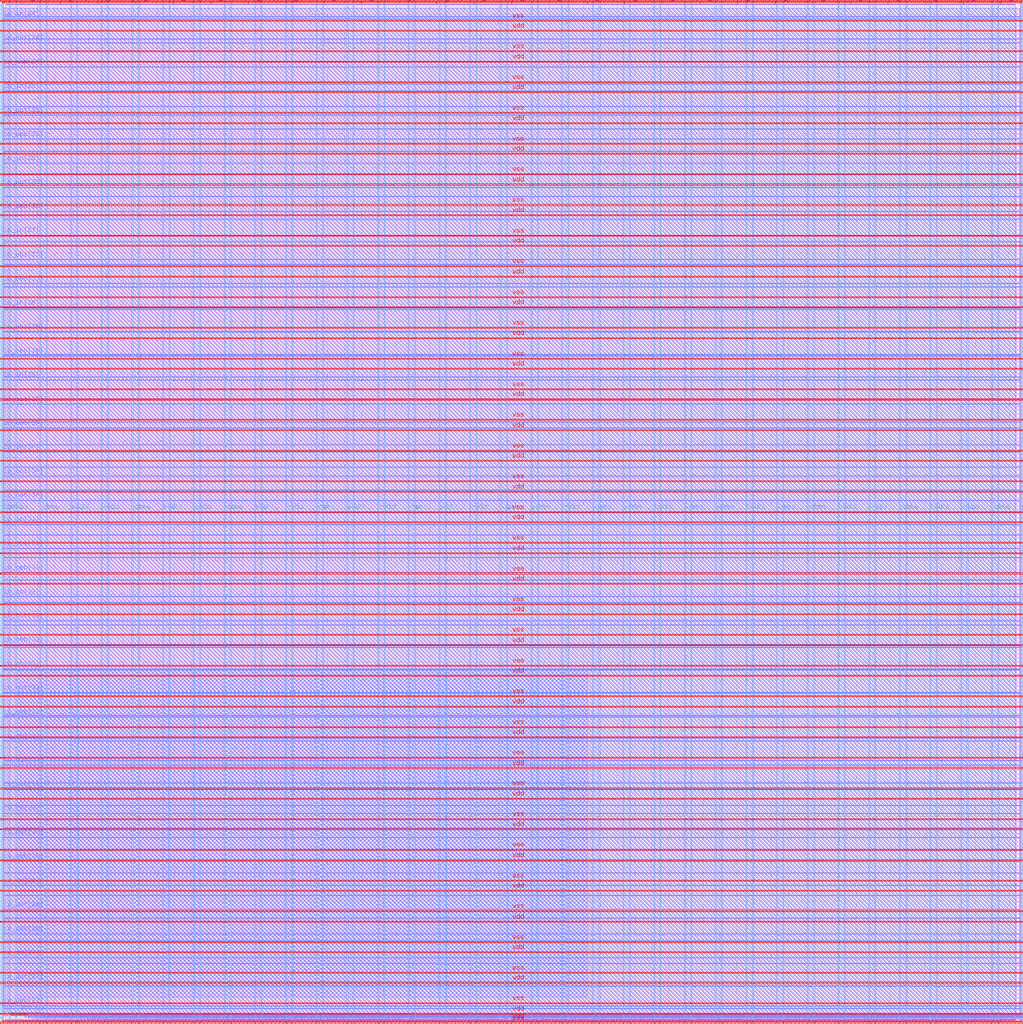
<source format=lef>
VERSION 5.7 ;
  NOWIREEXTENSIONATPIN ON ;
  DIVIDERCHAR "/" ;
  BUSBITCHARS "[]" ;
MACRO user_project_wrapper
  CLASS BLOCK ;
  FOREIGN user_project_wrapper ;
  ORIGIN 0.000 0.000 ;
  SIZE 2980.200 BY 2980.200 ;
  PIN io_in[0]
    DIRECTION INPUT ;
    USE SIGNAL ;
    PORT
      LAYER Metal3 ;
        RECT 2977.800 35.560 2985.000 36.680 ;
    END
  END io_in[0]
  PIN io_in[10]
    DIRECTION INPUT ;
    USE SIGNAL ;
    PORT
      LAYER Metal3 ;
        RECT 2977.800 2017.960 2985.000 2019.080 ;
    END
  END io_in[10]
  PIN io_in[11]
    DIRECTION INPUT ;
    USE SIGNAL ;
    PORT
      LAYER Metal3 ;
        RECT 2977.800 2216.200 2985.000 2217.320 ;
    END
  END io_in[11]
  PIN io_in[12]
    DIRECTION INPUT ;
    USE SIGNAL ;
    PORT
      LAYER Metal3 ;
        RECT 2977.800 2414.440 2985.000 2415.560 ;
    END
  END io_in[12]
  PIN io_in[13]
    DIRECTION INPUT ;
    USE SIGNAL ;
    PORT
      LAYER Metal3 ;
        RECT 2977.800 2612.680 2985.000 2613.800 ;
    END
  END io_in[13]
  PIN io_in[14]
    DIRECTION INPUT ;
    USE SIGNAL ;
    PORT
      LAYER Metal3 ;
        RECT 2977.800 2810.920 2985.000 2812.040 ;
    END
  END io_in[14]
  PIN io_in[15]
    DIRECTION INPUT ;
    USE SIGNAL ;
    PORT
      LAYER Metal2 ;
        RECT 2923.480 2977.800 2924.600 2985.000 ;
    END
  END io_in[15]
  PIN io_in[16]
    DIRECTION INPUT ;
    USE SIGNAL ;
    PORT
      LAYER Metal2 ;
        RECT 2592.520 2977.800 2593.640 2985.000 ;
    END
  END io_in[16]
  PIN io_in[17]
    DIRECTION INPUT ;
    USE SIGNAL ;
    PORT
      LAYER Metal2 ;
        RECT 2261.560 2977.800 2262.680 2985.000 ;
    END
  END io_in[17]
  PIN io_in[18]
    DIRECTION INPUT ;
    USE SIGNAL ;
    PORT
      LAYER Metal2 ;
        RECT 1930.600 2977.800 1931.720 2985.000 ;
    END
  END io_in[18]
  PIN io_in[19]
    DIRECTION INPUT ;
    USE SIGNAL ;
    PORT
      LAYER Metal2 ;
        RECT 1599.640 2977.800 1600.760 2985.000 ;
    END
  END io_in[19]
  PIN io_in[1]
    DIRECTION INPUT ;
    USE SIGNAL ;
    PORT
      LAYER Metal3 ;
        RECT 2977.800 233.800 2985.000 234.920 ;
    END
  END io_in[1]
  PIN io_in[20]
    DIRECTION INPUT ;
    USE SIGNAL ;
    PORT
      LAYER Metal2 ;
        RECT 1268.680 2977.800 1269.800 2985.000 ;
    END
  END io_in[20]
  PIN io_in[21]
    DIRECTION INPUT ;
    USE SIGNAL ;
    PORT
      LAYER Metal2 ;
        RECT 937.720 2977.800 938.840 2985.000 ;
    END
  END io_in[21]
  PIN io_in[22]
    DIRECTION INPUT ;
    USE SIGNAL ;
    PORT
      LAYER Metal2 ;
        RECT 606.760 2977.800 607.880 2985.000 ;
    END
  END io_in[22]
  PIN io_in[23]
    DIRECTION INPUT ;
    USE SIGNAL ;
    PORT
      LAYER Metal2 ;
        RECT 275.800 2977.800 276.920 2985.000 ;
    END
  END io_in[23]
  PIN io_in[24]
    DIRECTION INPUT ;
    USE SIGNAL ;
    PORT
      LAYER Metal3 ;
        RECT -4.800 2935.800 2.400 2936.920 ;
    END
  END io_in[24]
  PIN io_in[25]
    DIRECTION INPUT ;
    USE SIGNAL ;
    PORT
      LAYER Metal3 ;
        RECT -4.800 2724.120 2.400 2725.240 ;
    END
  END io_in[25]
  PIN io_in[26]
    DIRECTION INPUT ;
    USE SIGNAL ;
    PORT
      LAYER Metal3 ;
        RECT -4.800 2512.440 2.400 2513.560 ;
    END
  END io_in[26]
  PIN io_in[27]
    DIRECTION INPUT ;
    USE SIGNAL ;
    PORT
      LAYER Metal3 ;
        RECT -4.800 2300.760 2.400 2301.880 ;
    END
  END io_in[27]
  PIN io_in[28]
    DIRECTION INPUT ;
    USE SIGNAL ;
    PORT
      LAYER Metal3 ;
        RECT -4.800 2089.080 2.400 2090.200 ;
    END
  END io_in[28]
  PIN io_in[29]
    DIRECTION INPUT ;
    USE SIGNAL ;
    PORT
      LAYER Metal3 ;
        RECT -4.800 1877.400 2.400 1878.520 ;
    END
  END io_in[29]
  PIN io_in[2]
    DIRECTION INPUT ;
    USE SIGNAL ;
    PORT
      LAYER Metal3 ;
        RECT 2977.800 432.040 2985.000 433.160 ;
    END
  END io_in[2]
  PIN io_in[30]
    DIRECTION INPUT ;
    USE SIGNAL ;
    PORT
      LAYER Metal3 ;
        RECT -4.800 1665.720 2.400 1666.840 ;
    END
  END io_in[30]
  PIN io_in[31]
    DIRECTION INPUT ;
    USE SIGNAL ;
    PORT
      LAYER Metal3 ;
        RECT -4.800 1454.040 2.400 1455.160 ;
    END
  END io_in[31]
  PIN io_in[32]
    DIRECTION INPUT ;
    USE SIGNAL ;
    PORT
      LAYER Metal3 ;
        RECT -4.800 1242.360 2.400 1243.480 ;
    END
  END io_in[32]
  PIN io_in[33]
    DIRECTION INPUT ;
    USE SIGNAL ;
    PORT
      LAYER Metal3 ;
        RECT -4.800 1030.680 2.400 1031.800 ;
    END
  END io_in[33]
  PIN io_in[34]
    DIRECTION INPUT ;
    USE SIGNAL ;
    PORT
      LAYER Metal3 ;
        RECT -4.800 819.000 2.400 820.120 ;
    END
  END io_in[34]
  PIN io_in[35]
    DIRECTION INPUT ;
    USE SIGNAL ;
    PORT
      LAYER Metal3 ;
        RECT -4.800 607.320 2.400 608.440 ;
    END
  END io_in[35]
  PIN io_in[36]
    DIRECTION INPUT ;
    USE SIGNAL ;
    PORT
      LAYER Metal3 ;
        RECT -4.800 395.640 2.400 396.760 ;
    END
  END io_in[36]
  PIN io_in[37]
    DIRECTION INPUT ;
    USE SIGNAL ;
    PORT
      LAYER Metal3 ;
        RECT -4.800 183.960 2.400 185.080 ;
    END
  END io_in[37]
  PIN io_in[3]
    DIRECTION INPUT ;
    USE SIGNAL ;
    PORT
      LAYER Metal3 ;
        RECT 2977.800 630.280 2985.000 631.400 ;
    END
  END io_in[3]
  PIN io_in[4]
    DIRECTION INPUT ;
    USE SIGNAL ;
    PORT
      LAYER Metal3 ;
        RECT 2977.800 828.520 2985.000 829.640 ;
    END
  END io_in[4]
  PIN io_in[5]
    DIRECTION INPUT ;
    USE SIGNAL ;
    PORT
      LAYER Metal3 ;
        RECT 2977.800 1026.760 2985.000 1027.880 ;
    END
  END io_in[5]
  PIN io_in[6]
    DIRECTION INPUT ;
    USE SIGNAL ;
    PORT
      LAYER Metal3 ;
        RECT 2977.800 1225.000 2985.000 1226.120 ;
    END
  END io_in[6]
  PIN io_in[7]
    DIRECTION INPUT ;
    USE SIGNAL ;
    PORT
      LAYER Metal3 ;
        RECT 2977.800 1423.240 2985.000 1424.360 ;
    END
  END io_in[7]
  PIN io_in[8]
    DIRECTION INPUT ;
    USE SIGNAL ;
    PORT
      LAYER Metal3 ;
        RECT 2977.800 1621.480 2985.000 1622.600 ;
    END
  END io_in[8]
  PIN io_in[9]
    DIRECTION INPUT ;
    USE SIGNAL ;
    PORT
      LAYER Metal3 ;
        RECT 2977.800 1819.720 2985.000 1820.840 ;
    END
  END io_in[9]
  PIN io_oeb[0]
    DIRECTION OUTPUT TRISTATE ;
    USE SIGNAL ;
    PORT
      LAYER Metal3 ;
        RECT 2977.800 167.720 2985.000 168.840 ;
    END
  END io_oeb[0]
  PIN io_oeb[10]
    DIRECTION OUTPUT TRISTATE ;
    USE SIGNAL ;
    PORT
      LAYER Metal3 ;
        RECT 2977.800 2150.120 2985.000 2151.240 ;
    END
  END io_oeb[10]
  PIN io_oeb[11]
    DIRECTION OUTPUT TRISTATE ;
    USE SIGNAL ;
    PORT
      LAYER Metal3 ;
        RECT 2977.800 2348.360 2985.000 2349.480 ;
    END
  END io_oeb[11]
  PIN io_oeb[12]
    DIRECTION OUTPUT TRISTATE ;
    USE SIGNAL ;
    PORT
      LAYER Metal3 ;
        RECT 2977.800 2546.600 2985.000 2547.720 ;
    END
  END io_oeb[12]
  PIN io_oeb[13]
    DIRECTION OUTPUT TRISTATE ;
    USE SIGNAL ;
    PORT
      LAYER Metal3 ;
        RECT 2977.800 2744.840 2985.000 2745.960 ;
    END
  END io_oeb[13]
  PIN io_oeb[14]
    DIRECTION OUTPUT TRISTATE ;
    USE SIGNAL ;
    PORT
      LAYER Metal3 ;
        RECT 2977.800 2943.080 2985.000 2944.200 ;
    END
  END io_oeb[14]
  PIN io_oeb[15]
    DIRECTION OUTPUT TRISTATE ;
    USE SIGNAL ;
    PORT
      LAYER Metal2 ;
        RECT 2702.840 2977.800 2703.960 2985.000 ;
    END
  END io_oeb[15]
  PIN io_oeb[16]
    DIRECTION OUTPUT TRISTATE ;
    USE SIGNAL ;
    PORT
      LAYER Metal2 ;
        RECT 2371.880 2977.800 2373.000 2985.000 ;
    END
  END io_oeb[16]
  PIN io_oeb[17]
    DIRECTION OUTPUT TRISTATE ;
    USE SIGNAL ;
    PORT
      LAYER Metal2 ;
        RECT 2040.920 2977.800 2042.040 2985.000 ;
    END
  END io_oeb[17]
  PIN io_oeb[18]
    DIRECTION OUTPUT TRISTATE ;
    USE SIGNAL ;
    PORT
      LAYER Metal2 ;
        RECT 1709.960 2977.800 1711.080 2985.000 ;
    END
  END io_oeb[18]
  PIN io_oeb[19]
    DIRECTION OUTPUT TRISTATE ;
    USE SIGNAL ;
    PORT
      LAYER Metal2 ;
        RECT 1379.000 2977.800 1380.120 2985.000 ;
    END
  END io_oeb[19]
  PIN io_oeb[1]
    DIRECTION OUTPUT TRISTATE ;
    USE SIGNAL ;
    PORT
      LAYER Metal3 ;
        RECT 2977.800 365.960 2985.000 367.080 ;
    END
  END io_oeb[1]
  PIN io_oeb[20]
    DIRECTION OUTPUT TRISTATE ;
    USE SIGNAL ;
    PORT
      LAYER Metal2 ;
        RECT 1048.040 2977.800 1049.160 2985.000 ;
    END
  END io_oeb[20]
  PIN io_oeb[21]
    DIRECTION OUTPUT TRISTATE ;
    USE SIGNAL ;
    PORT
      LAYER Metal2 ;
        RECT 717.080 2977.800 718.200 2985.000 ;
    END
  END io_oeb[21]
  PIN io_oeb[22]
    DIRECTION OUTPUT TRISTATE ;
    USE SIGNAL ;
    PORT
      LAYER Metal2 ;
        RECT 386.120 2977.800 387.240 2985.000 ;
    END
  END io_oeb[22]
  PIN io_oeb[23]
    DIRECTION OUTPUT TRISTATE ;
    USE SIGNAL ;
    PORT
      LAYER Metal2 ;
        RECT 55.160 2977.800 56.280 2985.000 ;
    END
  END io_oeb[23]
  PIN io_oeb[24]
    DIRECTION OUTPUT TRISTATE ;
    USE SIGNAL ;
    PORT
      LAYER Metal3 ;
        RECT -4.800 2794.680 2.400 2795.800 ;
    END
  END io_oeb[24]
  PIN io_oeb[25]
    DIRECTION OUTPUT TRISTATE ;
    USE SIGNAL ;
    PORT
      LAYER Metal3 ;
        RECT -4.800 2583.000 2.400 2584.120 ;
    END
  END io_oeb[25]
  PIN io_oeb[26]
    DIRECTION OUTPUT TRISTATE ;
    USE SIGNAL ;
    PORT
      LAYER Metal3 ;
        RECT -4.800 2371.320 2.400 2372.440 ;
    END
  END io_oeb[26]
  PIN io_oeb[27]
    DIRECTION OUTPUT TRISTATE ;
    USE SIGNAL ;
    PORT
      LAYER Metal3 ;
        RECT -4.800 2159.640 2.400 2160.760 ;
    END
  END io_oeb[27]
  PIN io_oeb[28]
    DIRECTION OUTPUT TRISTATE ;
    USE SIGNAL ;
    PORT
      LAYER Metal3 ;
        RECT -4.800 1947.960 2.400 1949.080 ;
    END
  END io_oeb[28]
  PIN io_oeb[29]
    DIRECTION OUTPUT TRISTATE ;
    USE SIGNAL ;
    PORT
      LAYER Metal3 ;
        RECT -4.800 1736.280 2.400 1737.400 ;
    END
  END io_oeb[29]
  PIN io_oeb[2]
    DIRECTION OUTPUT TRISTATE ;
    USE SIGNAL ;
    PORT
      LAYER Metal3 ;
        RECT 2977.800 564.200 2985.000 565.320 ;
    END
  END io_oeb[2]
  PIN io_oeb[30]
    DIRECTION OUTPUT TRISTATE ;
    USE SIGNAL ;
    PORT
      LAYER Metal3 ;
        RECT -4.800 1524.600 2.400 1525.720 ;
    END
  END io_oeb[30]
  PIN io_oeb[31]
    DIRECTION OUTPUT TRISTATE ;
    USE SIGNAL ;
    PORT
      LAYER Metal3 ;
        RECT -4.800 1312.920 2.400 1314.040 ;
    END
  END io_oeb[31]
  PIN io_oeb[32]
    DIRECTION OUTPUT TRISTATE ;
    USE SIGNAL ;
    PORT
      LAYER Metal3 ;
        RECT -4.800 1101.240 2.400 1102.360 ;
    END
  END io_oeb[32]
  PIN io_oeb[33]
    DIRECTION OUTPUT TRISTATE ;
    USE SIGNAL ;
    PORT
      LAYER Metal3 ;
        RECT -4.800 889.560 2.400 890.680 ;
    END
  END io_oeb[33]
  PIN io_oeb[34]
    DIRECTION OUTPUT TRISTATE ;
    USE SIGNAL ;
    PORT
      LAYER Metal3 ;
        RECT -4.800 677.880 2.400 679.000 ;
    END
  END io_oeb[34]
  PIN io_oeb[35]
    DIRECTION OUTPUT TRISTATE ;
    USE SIGNAL ;
    PORT
      LAYER Metal3 ;
        RECT -4.800 466.200 2.400 467.320 ;
    END
  END io_oeb[35]
  PIN io_oeb[36]
    DIRECTION OUTPUT TRISTATE ;
    USE SIGNAL ;
    PORT
      LAYER Metal3 ;
        RECT -4.800 254.520 2.400 255.640 ;
    END
  END io_oeb[36]
  PIN io_oeb[37]
    DIRECTION OUTPUT TRISTATE ;
    USE SIGNAL ;
    PORT
      LAYER Metal3 ;
        RECT -4.800 42.840 2.400 43.960 ;
    END
  END io_oeb[37]
  PIN io_oeb[3]
    DIRECTION OUTPUT TRISTATE ;
    USE SIGNAL ;
    PORT
      LAYER Metal3 ;
        RECT 2977.800 762.440 2985.000 763.560 ;
    END
  END io_oeb[3]
  PIN io_oeb[4]
    DIRECTION OUTPUT TRISTATE ;
    USE SIGNAL ;
    PORT
      LAYER Metal3 ;
        RECT 2977.800 960.680 2985.000 961.800 ;
    END
  END io_oeb[4]
  PIN io_oeb[5]
    DIRECTION OUTPUT TRISTATE ;
    USE SIGNAL ;
    PORT
      LAYER Metal3 ;
        RECT 2977.800 1158.920 2985.000 1160.040 ;
    END
  END io_oeb[5]
  PIN io_oeb[6]
    DIRECTION OUTPUT TRISTATE ;
    USE SIGNAL ;
    PORT
      LAYER Metal3 ;
        RECT 2977.800 1357.160 2985.000 1358.280 ;
    END
  END io_oeb[6]
  PIN io_oeb[7]
    DIRECTION OUTPUT TRISTATE ;
    USE SIGNAL ;
    PORT
      LAYER Metal3 ;
        RECT 2977.800 1555.400 2985.000 1556.520 ;
    END
  END io_oeb[7]
  PIN io_oeb[8]
    DIRECTION OUTPUT TRISTATE ;
    USE SIGNAL ;
    PORT
      LAYER Metal3 ;
        RECT 2977.800 1753.640 2985.000 1754.760 ;
    END
  END io_oeb[8]
  PIN io_oeb[9]
    DIRECTION OUTPUT TRISTATE ;
    USE SIGNAL ;
    PORT
      LAYER Metal3 ;
        RECT 2977.800 1951.880 2985.000 1953.000 ;
    END
  END io_oeb[9]
  PIN io_out[0]
    DIRECTION OUTPUT TRISTATE ;
    USE SIGNAL ;
    PORT
      LAYER Metal3 ;
        RECT 2977.800 101.640 2985.000 102.760 ;
    END
  END io_out[0]
  PIN io_out[10]
    DIRECTION OUTPUT TRISTATE ;
    USE SIGNAL ;
    PORT
      LAYER Metal3 ;
        RECT 2977.800 2084.040 2985.000 2085.160 ;
    END
  END io_out[10]
  PIN io_out[11]
    DIRECTION OUTPUT TRISTATE ;
    USE SIGNAL ;
    PORT
      LAYER Metal3 ;
        RECT 2977.800 2282.280 2985.000 2283.400 ;
    END
  END io_out[11]
  PIN io_out[12]
    DIRECTION OUTPUT TRISTATE ;
    USE SIGNAL ;
    PORT
      LAYER Metal3 ;
        RECT 2977.800 2480.520 2985.000 2481.640 ;
    END
  END io_out[12]
  PIN io_out[13]
    DIRECTION OUTPUT TRISTATE ;
    USE SIGNAL ;
    PORT
      LAYER Metal3 ;
        RECT 2977.800 2678.760 2985.000 2679.880 ;
    END
  END io_out[13]
  PIN io_out[14]
    DIRECTION OUTPUT TRISTATE ;
    USE SIGNAL ;
    PORT
      LAYER Metal3 ;
        RECT 2977.800 2877.000 2985.000 2878.120 ;
    END
  END io_out[14]
  PIN io_out[15]
    DIRECTION OUTPUT TRISTATE ;
    USE SIGNAL ;
    PORT
      LAYER Metal2 ;
        RECT 2813.160 2977.800 2814.280 2985.000 ;
    END
  END io_out[15]
  PIN io_out[16]
    DIRECTION OUTPUT TRISTATE ;
    USE SIGNAL ;
    PORT
      LAYER Metal2 ;
        RECT 2482.200 2977.800 2483.320 2985.000 ;
    END
  END io_out[16]
  PIN io_out[17]
    DIRECTION OUTPUT TRISTATE ;
    USE SIGNAL ;
    PORT
      LAYER Metal2 ;
        RECT 2151.240 2977.800 2152.360 2985.000 ;
    END
  END io_out[17]
  PIN io_out[18]
    DIRECTION OUTPUT TRISTATE ;
    USE SIGNAL ;
    PORT
      LAYER Metal2 ;
        RECT 1820.280 2977.800 1821.400 2985.000 ;
    END
  END io_out[18]
  PIN io_out[19]
    DIRECTION OUTPUT TRISTATE ;
    USE SIGNAL ;
    PORT
      LAYER Metal2 ;
        RECT 1489.320 2977.800 1490.440 2985.000 ;
    END
  END io_out[19]
  PIN io_out[1]
    DIRECTION OUTPUT TRISTATE ;
    USE SIGNAL ;
    PORT
      LAYER Metal3 ;
        RECT 2977.800 299.880 2985.000 301.000 ;
    END
  END io_out[1]
  PIN io_out[20]
    DIRECTION OUTPUT TRISTATE ;
    USE SIGNAL ;
    PORT
      LAYER Metal2 ;
        RECT 1158.360 2977.800 1159.480 2985.000 ;
    END
  END io_out[20]
  PIN io_out[21]
    DIRECTION OUTPUT TRISTATE ;
    USE SIGNAL ;
    PORT
      LAYER Metal2 ;
        RECT 827.400 2977.800 828.520 2985.000 ;
    END
  END io_out[21]
  PIN io_out[22]
    DIRECTION OUTPUT TRISTATE ;
    USE SIGNAL ;
    PORT
      LAYER Metal2 ;
        RECT 496.440 2977.800 497.560 2985.000 ;
    END
  END io_out[22]
  PIN io_out[23]
    DIRECTION OUTPUT TRISTATE ;
    USE SIGNAL ;
    PORT
      LAYER Metal2 ;
        RECT 165.480 2977.800 166.600 2985.000 ;
    END
  END io_out[23]
  PIN io_out[24]
    DIRECTION OUTPUT TRISTATE ;
    USE SIGNAL ;
    PORT
      LAYER Metal3 ;
        RECT -4.800 2865.240 2.400 2866.360 ;
    END
  END io_out[24]
  PIN io_out[25]
    DIRECTION OUTPUT TRISTATE ;
    USE SIGNAL ;
    PORT
      LAYER Metal3 ;
        RECT -4.800 2653.560 2.400 2654.680 ;
    END
  END io_out[25]
  PIN io_out[26]
    DIRECTION OUTPUT TRISTATE ;
    USE SIGNAL ;
    PORT
      LAYER Metal3 ;
        RECT -4.800 2441.880 2.400 2443.000 ;
    END
  END io_out[26]
  PIN io_out[27]
    DIRECTION OUTPUT TRISTATE ;
    USE SIGNAL ;
    PORT
      LAYER Metal3 ;
        RECT -4.800 2230.200 2.400 2231.320 ;
    END
  END io_out[27]
  PIN io_out[28]
    DIRECTION OUTPUT TRISTATE ;
    USE SIGNAL ;
    PORT
      LAYER Metal3 ;
        RECT -4.800 2018.520 2.400 2019.640 ;
    END
  END io_out[28]
  PIN io_out[29]
    DIRECTION OUTPUT TRISTATE ;
    USE SIGNAL ;
    PORT
      LAYER Metal3 ;
        RECT -4.800 1806.840 2.400 1807.960 ;
    END
  END io_out[29]
  PIN io_out[2]
    DIRECTION OUTPUT TRISTATE ;
    USE SIGNAL ;
    PORT
      LAYER Metal3 ;
        RECT 2977.800 498.120 2985.000 499.240 ;
    END
  END io_out[2]
  PIN io_out[30]
    DIRECTION OUTPUT TRISTATE ;
    USE SIGNAL ;
    PORT
      LAYER Metal3 ;
        RECT -4.800 1595.160 2.400 1596.280 ;
    END
  END io_out[30]
  PIN io_out[31]
    DIRECTION OUTPUT TRISTATE ;
    USE SIGNAL ;
    PORT
      LAYER Metal3 ;
        RECT -4.800 1383.480 2.400 1384.600 ;
    END
  END io_out[31]
  PIN io_out[32]
    DIRECTION OUTPUT TRISTATE ;
    USE SIGNAL ;
    PORT
      LAYER Metal3 ;
        RECT -4.800 1171.800 2.400 1172.920 ;
    END
  END io_out[32]
  PIN io_out[33]
    DIRECTION OUTPUT TRISTATE ;
    USE SIGNAL ;
    PORT
      LAYER Metal3 ;
        RECT -4.800 960.120 2.400 961.240 ;
    END
  END io_out[33]
  PIN io_out[34]
    DIRECTION OUTPUT TRISTATE ;
    USE SIGNAL ;
    PORT
      LAYER Metal3 ;
        RECT -4.800 748.440 2.400 749.560 ;
    END
  END io_out[34]
  PIN io_out[35]
    DIRECTION OUTPUT TRISTATE ;
    USE SIGNAL ;
    PORT
      LAYER Metal3 ;
        RECT -4.800 536.760 2.400 537.880 ;
    END
  END io_out[35]
  PIN io_out[36]
    DIRECTION OUTPUT TRISTATE ;
    USE SIGNAL ;
    PORT
      LAYER Metal3 ;
        RECT -4.800 325.080 2.400 326.200 ;
    END
  END io_out[36]
  PIN io_out[37]
    DIRECTION OUTPUT TRISTATE ;
    USE SIGNAL ;
    PORT
      LAYER Metal3 ;
        RECT -4.800 113.400 2.400 114.520 ;
    END
  END io_out[37]
  PIN io_out[3]
    DIRECTION OUTPUT TRISTATE ;
    USE SIGNAL ;
    PORT
      LAYER Metal3 ;
        RECT 2977.800 696.360 2985.000 697.480 ;
    END
  END io_out[3]
  PIN io_out[4]
    DIRECTION OUTPUT TRISTATE ;
    USE SIGNAL ;
    PORT
      LAYER Metal3 ;
        RECT 2977.800 894.600 2985.000 895.720 ;
    END
  END io_out[4]
  PIN io_out[5]
    DIRECTION OUTPUT TRISTATE ;
    USE SIGNAL ;
    PORT
      LAYER Metal3 ;
        RECT 2977.800 1092.840 2985.000 1093.960 ;
    END
  END io_out[5]
  PIN io_out[6]
    DIRECTION OUTPUT TRISTATE ;
    USE SIGNAL ;
    PORT
      LAYER Metal3 ;
        RECT 2977.800 1291.080 2985.000 1292.200 ;
    END
  END io_out[6]
  PIN io_out[7]
    DIRECTION OUTPUT TRISTATE ;
    USE SIGNAL ;
    PORT
      LAYER Metal3 ;
        RECT 2977.800 1489.320 2985.000 1490.440 ;
    END
  END io_out[7]
  PIN io_out[8]
    DIRECTION OUTPUT TRISTATE ;
    USE SIGNAL ;
    PORT
      LAYER Metal3 ;
        RECT 2977.800 1687.560 2985.000 1688.680 ;
    END
  END io_out[8]
  PIN io_out[9]
    DIRECTION OUTPUT TRISTATE ;
    USE SIGNAL ;
    PORT
      LAYER Metal3 ;
        RECT 2977.800 1885.800 2985.000 1886.920 ;
    END
  END io_out[9]
  PIN la_data_in[0]
    DIRECTION INPUT ;
    USE SIGNAL ;
    PORT
      LAYER Metal2 ;
        RECT 1065.960 -4.800 1067.080 2.400 ;
    END
  END la_data_in[0]
  PIN la_data_in[10]
    DIRECTION INPUT ;
    USE SIGNAL ;
    PORT
      LAYER Metal2 ;
        RECT 1351.560 -4.800 1352.680 2.400 ;
    END
  END la_data_in[10]
  PIN la_data_in[11]
    DIRECTION INPUT ;
    USE SIGNAL ;
    PORT
      LAYER Metal2 ;
        RECT 1380.120 -4.800 1381.240 2.400 ;
    END
  END la_data_in[11]
  PIN la_data_in[12]
    DIRECTION INPUT ;
    USE SIGNAL ;
    PORT
      LAYER Metal2 ;
        RECT 1408.680 -4.800 1409.800 2.400 ;
    END
  END la_data_in[12]
  PIN la_data_in[13]
    DIRECTION INPUT ;
    USE SIGNAL ;
    PORT
      LAYER Metal2 ;
        RECT 1437.240 -4.800 1438.360 2.400 ;
    END
  END la_data_in[13]
  PIN la_data_in[14]
    DIRECTION INPUT ;
    USE SIGNAL ;
    PORT
      LAYER Metal2 ;
        RECT 1465.800 -4.800 1466.920 2.400 ;
    END
  END la_data_in[14]
  PIN la_data_in[15]
    DIRECTION INPUT ;
    USE SIGNAL ;
    PORT
      LAYER Metal2 ;
        RECT 1494.360 -4.800 1495.480 2.400 ;
    END
  END la_data_in[15]
  PIN la_data_in[16]
    DIRECTION INPUT ;
    USE SIGNAL ;
    PORT
      LAYER Metal2 ;
        RECT 1522.920 -4.800 1524.040 2.400 ;
    END
  END la_data_in[16]
  PIN la_data_in[17]
    DIRECTION INPUT ;
    USE SIGNAL ;
    PORT
      LAYER Metal2 ;
        RECT 1551.480 -4.800 1552.600 2.400 ;
    END
  END la_data_in[17]
  PIN la_data_in[18]
    DIRECTION INPUT ;
    USE SIGNAL ;
    PORT
      LAYER Metal2 ;
        RECT 1580.040 -4.800 1581.160 2.400 ;
    END
  END la_data_in[18]
  PIN la_data_in[19]
    DIRECTION INPUT ;
    USE SIGNAL ;
    PORT
      LAYER Metal2 ;
        RECT 1608.600 -4.800 1609.720 2.400 ;
    END
  END la_data_in[19]
  PIN la_data_in[1]
    DIRECTION INPUT ;
    USE SIGNAL ;
    PORT
      LAYER Metal2 ;
        RECT 1094.520 -4.800 1095.640 2.400 ;
    END
  END la_data_in[1]
  PIN la_data_in[20]
    DIRECTION INPUT ;
    USE SIGNAL ;
    PORT
      LAYER Metal2 ;
        RECT 1637.160 -4.800 1638.280 2.400 ;
    END
  END la_data_in[20]
  PIN la_data_in[21]
    DIRECTION INPUT ;
    USE SIGNAL ;
    PORT
      LAYER Metal2 ;
        RECT 1665.720 -4.800 1666.840 2.400 ;
    END
  END la_data_in[21]
  PIN la_data_in[22]
    DIRECTION INPUT ;
    USE SIGNAL ;
    PORT
      LAYER Metal2 ;
        RECT 1694.280 -4.800 1695.400 2.400 ;
    END
  END la_data_in[22]
  PIN la_data_in[23]
    DIRECTION INPUT ;
    USE SIGNAL ;
    PORT
      LAYER Metal2 ;
        RECT 1722.840 -4.800 1723.960 2.400 ;
    END
  END la_data_in[23]
  PIN la_data_in[24]
    DIRECTION INPUT ;
    USE SIGNAL ;
    PORT
      LAYER Metal2 ;
        RECT 1751.400 -4.800 1752.520 2.400 ;
    END
  END la_data_in[24]
  PIN la_data_in[25]
    DIRECTION INPUT ;
    USE SIGNAL ;
    PORT
      LAYER Metal2 ;
        RECT 1779.960 -4.800 1781.080 2.400 ;
    END
  END la_data_in[25]
  PIN la_data_in[26]
    DIRECTION INPUT ;
    USE SIGNAL ;
    PORT
      LAYER Metal2 ;
        RECT 1808.520 -4.800 1809.640 2.400 ;
    END
  END la_data_in[26]
  PIN la_data_in[27]
    DIRECTION INPUT ;
    USE SIGNAL ;
    PORT
      LAYER Metal2 ;
        RECT 1837.080 -4.800 1838.200 2.400 ;
    END
  END la_data_in[27]
  PIN la_data_in[28]
    DIRECTION INPUT ;
    USE SIGNAL ;
    PORT
      LAYER Metal2 ;
        RECT 1865.640 -4.800 1866.760 2.400 ;
    END
  END la_data_in[28]
  PIN la_data_in[29]
    DIRECTION INPUT ;
    USE SIGNAL ;
    PORT
      LAYER Metal2 ;
        RECT 1894.200 -4.800 1895.320 2.400 ;
    END
  END la_data_in[29]
  PIN la_data_in[2]
    DIRECTION INPUT ;
    USE SIGNAL ;
    PORT
      LAYER Metal2 ;
        RECT 1123.080 -4.800 1124.200 2.400 ;
    END
  END la_data_in[2]
  PIN la_data_in[30]
    DIRECTION INPUT ;
    USE SIGNAL ;
    PORT
      LAYER Metal2 ;
        RECT 1922.760 -4.800 1923.880 2.400 ;
    END
  END la_data_in[30]
  PIN la_data_in[31]
    DIRECTION INPUT ;
    USE SIGNAL ;
    PORT
      LAYER Metal2 ;
        RECT 1951.320 -4.800 1952.440 2.400 ;
    END
  END la_data_in[31]
  PIN la_data_in[32]
    DIRECTION INPUT ;
    USE SIGNAL ;
    PORT
      LAYER Metal2 ;
        RECT 1979.880 -4.800 1981.000 2.400 ;
    END
  END la_data_in[32]
  PIN la_data_in[33]
    DIRECTION INPUT ;
    USE SIGNAL ;
    PORT
      LAYER Metal2 ;
        RECT 2008.440 -4.800 2009.560 2.400 ;
    END
  END la_data_in[33]
  PIN la_data_in[34]
    DIRECTION INPUT ;
    USE SIGNAL ;
    PORT
      LAYER Metal2 ;
        RECT 2037.000 -4.800 2038.120 2.400 ;
    END
  END la_data_in[34]
  PIN la_data_in[35]
    DIRECTION INPUT ;
    USE SIGNAL ;
    PORT
      LAYER Metal2 ;
        RECT 2065.560 -4.800 2066.680 2.400 ;
    END
  END la_data_in[35]
  PIN la_data_in[36]
    DIRECTION INPUT ;
    USE SIGNAL ;
    PORT
      LAYER Metal2 ;
        RECT 2094.120 -4.800 2095.240 2.400 ;
    END
  END la_data_in[36]
  PIN la_data_in[37]
    DIRECTION INPUT ;
    USE SIGNAL ;
    PORT
      LAYER Metal2 ;
        RECT 2122.680 -4.800 2123.800 2.400 ;
    END
  END la_data_in[37]
  PIN la_data_in[38]
    DIRECTION INPUT ;
    USE SIGNAL ;
    PORT
      LAYER Metal2 ;
        RECT 2151.240 -4.800 2152.360 2.400 ;
    END
  END la_data_in[38]
  PIN la_data_in[39]
    DIRECTION INPUT ;
    USE SIGNAL ;
    PORT
      LAYER Metal2 ;
        RECT 2179.800 -4.800 2180.920 2.400 ;
    END
  END la_data_in[39]
  PIN la_data_in[3]
    DIRECTION INPUT ;
    USE SIGNAL ;
    PORT
      LAYER Metal2 ;
        RECT 1151.640 -4.800 1152.760 2.400 ;
    END
  END la_data_in[3]
  PIN la_data_in[40]
    DIRECTION INPUT ;
    USE SIGNAL ;
    PORT
      LAYER Metal2 ;
        RECT 2208.360 -4.800 2209.480 2.400 ;
    END
  END la_data_in[40]
  PIN la_data_in[41]
    DIRECTION INPUT ;
    USE SIGNAL ;
    PORT
      LAYER Metal2 ;
        RECT 2236.920 -4.800 2238.040 2.400 ;
    END
  END la_data_in[41]
  PIN la_data_in[42]
    DIRECTION INPUT ;
    USE SIGNAL ;
    PORT
      LAYER Metal2 ;
        RECT 2265.480 -4.800 2266.600 2.400 ;
    END
  END la_data_in[42]
  PIN la_data_in[43]
    DIRECTION INPUT ;
    USE SIGNAL ;
    PORT
      LAYER Metal2 ;
        RECT 2294.040 -4.800 2295.160 2.400 ;
    END
  END la_data_in[43]
  PIN la_data_in[44]
    DIRECTION INPUT ;
    USE SIGNAL ;
    PORT
      LAYER Metal2 ;
        RECT 2322.600 -4.800 2323.720 2.400 ;
    END
  END la_data_in[44]
  PIN la_data_in[45]
    DIRECTION INPUT ;
    USE SIGNAL ;
    PORT
      LAYER Metal2 ;
        RECT 2351.160 -4.800 2352.280 2.400 ;
    END
  END la_data_in[45]
  PIN la_data_in[46]
    DIRECTION INPUT ;
    USE SIGNAL ;
    PORT
      LAYER Metal2 ;
        RECT 2379.720 -4.800 2380.840 2.400 ;
    END
  END la_data_in[46]
  PIN la_data_in[47]
    DIRECTION INPUT ;
    USE SIGNAL ;
    PORT
      LAYER Metal2 ;
        RECT 2408.280 -4.800 2409.400 2.400 ;
    END
  END la_data_in[47]
  PIN la_data_in[48]
    DIRECTION INPUT ;
    USE SIGNAL ;
    PORT
      LAYER Metal2 ;
        RECT 2436.840 -4.800 2437.960 2.400 ;
    END
  END la_data_in[48]
  PIN la_data_in[49]
    DIRECTION INPUT ;
    USE SIGNAL ;
    PORT
      LAYER Metal2 ;
        RECT 2465.400 -4.800 2466.520 2.400 ;
    END
  END la_data_in[49]
  PIN la_data_in[4]
    DIRECTION INPUT ;
    USE SIGNAL ;
    PORT
      LAYER Metal2 ;
        RECT 1180.200 -4.800 1181.320 2.400 ;
    END
  END la_data_in[4]
  PIN la_data_in[50]
    DIRECTION INPUT ;
    USE SIGNAL ;
    PORT
      LAYER Metal2 ;
        RECT 2493.960 -4.800 2495.080 2.400 ;
    END
  END la_data_in[50]
  PIN la_data_in[51]
    DIRECTION INPUT ;
    USE SIGNAL ;
    PORT
      LAYER Metal2 ;
        RECT 2522.520 -4.800 2523.640 2.400 ;
    END
  END la_data_in[51]
  PIN la_data_in[52]
    DIRECTION INPUT ;
    USE SIGNAL ;
    PORT
      LAYER Metal2 ;
        RECT 2551.080 -4.800 2552.200 2.400 ;
    END
  END la_data_in[52]
  PIN la_data_in[53]
    DIRECTION INPUT ;
    USE SIGNAL ;
    PORT
      LAYER Metal2 ;
        RECT 2579.640 -4.800 2580.760 2.400 ;
    END
  END la_data_in[53]
  PIN la_data_in[54]
    DIRECTION INPUT ;
    USE SIGNAL ;
    PORT
      LAYER Metal2 ;
        RECT 2608.200 -4.800 2609.320 2.400 ;
    END
  END la_data_in[54]
  PIN la_data_in[55]
    DIRECTION INPUT ;
    USE SIGNAL ;
    PORT
      LAYER Metal2 ;
        RECT 2636.760 -4.800 2637.880 2.400 ;
    END
  END la_data_in[55]
  PIN la_data_in[56]
    DIRECTION INPUT ;
    USE SIGNAL ;
    PORT
      LAYER Metal2 ;
        RECT 2665.320 -4.800 2666.440 2.400 ;
    END
  END la_data_in[56]
  PIN la_data_in[57]
    DIRECTION INPUT ;
    USE SIGNAL ;
    PORT
      LAYER Metal2 ;
        RECT 2693.880 -4.800 2695.000 2.400 ;
    END
  END la_data_in[57]
  PIN la_data_in[58]
    DIRECTION INPUT ;
    USE SIGNAL ;
    PORT
      LAYER Metal2 ;
        RECT 2722.440 -4.800 2723.560 2.400 ;
    END
  END la_data_in[58]
  PIN la_data_in[59]
    DIRECTION INPUT ;
    USE SIGNAL ;
    PORT
      LAYER Metal2 ;
        RECT 2751.000 -4.800 2752.120 2.400 ;
    END
  END la_data_in[59]
  PIN la_data_in[5]
    DIRECTION INPUT ;
    USE SIGNAL ;
    PORT
      LAYER Metal2 ;
        RECT 1208.760 -4.800 1209.880 2.400 ;
    END
  END la_data_in[5]
  PIN la_data_in[60]
    DIRECTION INPUT ;
    USE SIGNAL ;
    PORT
      LAYER Metal2 ;
        RECT 2779.560 -4.800 2780.680 2.400 ;
    END
  END la_data_in[60]
  PIN la_data_in[61]
    DIRECTION INPUT ;
    USE SIGNAL ;
    PORT
      LAYER Metal2 ;
        RECT 2808.120 -4.800 2809.240 2.400 ;
    END
  END la_data_in[61]
  PIN la_data_in[62]
    DIRECTION INPUT ;
    USE SIGNAL ;
    PORT
      LAYER Metal2 ;
        RECT 2836.680 -4.800 2837.800 2.400 ;
    END
  END la_data_in[62]
  PIN la_data_in[63]
    DIRECTION INPUT ;
    USE SIGNAL ;
    PORT
      LAYER Metal2 ;
        RECT 2865.240 -4.800 2866.360 2.400 ;
    END
  END la_data_in[63]
  PIN la_data_in[6]
    DIRECTION INPUT ;
    USE SIGNAL ;
    PORT
      LAYER Metal2 ;
        RECT 1237.320 -4.800 1238.440 2.400 ;
    END
  END la_data_in[6]
  PIN la_data_in[7]
    DIRECTION INPUT ;
    USE SIGNAL ;
    PORT
      LAYER Metal2 ;
        RECT 1265.880 -4.800 1267.000 2.400 ;
    END
  END la_data_in[7]
  PIN la_data_in[8]
    DIRECTION INPUT ;
    USE SIGNAL ;
    PORT
      LAYER Metal2 ;
        RECT 1294.440 -4.800 1295.560 2.400 ;
    END
  END la_data_in[8]
  PIN la_data_in[9]
    DIRECTION INPUT ;
    USE SIGNAL ;
    PORT
      LAYER Metal2 ;
        RECT 1323.000 -4.800 1324.120 2.400 ;
    END
  END la_data_in[9]
  PIN la_data_out[0]
    DIRECTION OUTPUT TRISTATE ;
    USE SIGNAL ;
    PORT
      LAYER Metal2 ;
        RECT 1075.480 -4.800 1076.600 2.400 ;
    END
  END la_data_out[0]
  PIN la_data_out[10]
    DIRECTION OUTPUT TRISTATE ;
    USE SIGNAL ;
    PORT
      LAYER Metal2 ;
        RECT 1361.080 -4.800 1362.200 2.400 ;
    END
  END la_data_out[10]
  PIN la_data_out[11]
    DIRECTION OUTPUT TRISTATE ;
    USE SIGNAL ;
    PORT
      LAYER Metal2 ;
        RECT 1389.640 -4.800 1390.760 2.400 ;
    END
  END la_data_out[11]
  PIN la_data_out[12]
    DIRECTION OUTPUT TRISTATE ;
    USE SIGNAL ;
    PORT
      LAYER Metal2 ;
        RECT 1418.200 -4.800 1419.320 2.400 ;
    END
  END la_data_out[12]
  PIN la_data_out[13]
    DIRECTION OUTPUT TRISTATE ;
    USE SIGNAL ;
    PORT
      LAYER Metal2 ;
        RECT 1446.760 -4.800 1447.880 2.400 ;
    END
  END la_data_out[13]
  PIN la_data_out[14]
    DIRECTION OUTPUT TRISTATE ;
    USE SIGNAL ;
    PORT
      LAYER Metal2 ;
        RECT 1475.320 -4.800 1476.440 2.400 ;
    END
  END la_data_out[14]
  PIN la_data_out[15]
    DIRECTION OUTPUT TRISTATE ;
    USE SIGNAL ;
    PORT
      LAYER Metal2 ;
        RECT 1503.880 -4.800 1505.000 2.400 ;
    END
  END la_data_out[15]
  PIN la_data_out[16]
    DIRECTION OUTPUT TRISTATE ;
    USE SIGNAL ;
    PORT
      LAYER Metal2 ;
        RECT 1532.440 -4.800 1533.560 2.400 ;
    END
  END la_data_out[16]
  PIN la_data_out[17]
    DIRECTION OUTPUT TRISTATE ;
    USE SIGNAL ;
    PORT
      LAYER Metal2 ;
        RECT 1561.000 -4.800 1562.120 2.400 ;
    END
  END la_data_out[17]
  PIN la_data_out[18]
    DIRECTION OUTPUT TRISTATE ;
    USE SIGNAL ;
    PORT
      LAYER Metal2 ;
        RECT 1589.560 -4.800 1590.680 2.400 ;
    END
  END la_data_out[18]
  PIN la_data_out[19]
    DIRECTION OUTPUT TRISTATE ;
    USE SIGNAL ;
    PORT
      LAYER Metal2 ;
        RECT 1618.120 -4.800 1619.240 2.400 ;
    END
  END la_data_out[19]
  PIN la_data_out[1]
    DIRECTION OUTPUT TRISTATE ;
    USE SIGNAL ;
    PORT
      LAYER Metal2 ;
        RECT 1104.040 -4.800 1105.160 2.400 ;
    END
  END la_data_out[1]
  PIN la_data_out[20]
    DIRECTION OUTPUT TRISTATE ;
    USE SIGNAL ;
    PORT
      LAYER Metal2 ;
        RECT 1646.680 -4.800 1647.800 2.400 ;
    END
  END la_data_out[20]
  PIN la_data_out[21]
    DIRECTION OUTPUT TRISTATE ;
    USE SIGNAL ;
    PORT
      LAYER Metal2 ;
        RECT 1675.240 -4.800 1676.360 2.400 ;
    END
  END la_data_out[21]
  PIN la_data_out[22]
    DIRECTION OUTPUT TRISTATE ;
    USE SIGNAL ;
    PORT
      LAYER Metal2 ;
        RECT 1703.800 -4.800 1704.920 2.400 ;
    END
  END la_data_out[22]
  PIN la_data_out[23]
    DIRECTION OUTPUT TRISTATE ;
    USE SIGNAL ;
    PORT
      LAYER Metal2 ;
        RECT 1732.360 -4.800 1733.480 2.400 ;
    END
  END la_data_out[23]
  PIN la_data_out[24]
    DIRECTION OUTPUT TRISTATE ;
    USE SIGNAL ;
    PORT
      LAYER Metal2 ;
        RECT 1760.920 -4.800 1762.040 2.400 ;
    END
  END la_data_out[24]
  PIN la_data_out[25]
    DIRECTION OUTPUT TRISTATE ;
    USE SIGNAL ;
    PORT
      LAYER Metal2 ;
        RECT 1789.480 -4.800 1790.600 2.400 ;
    END
  END la_data_out[25]
  PIN la_data_out[26]
    DIRECTION OUTPUT TRISTATE ;
    USE SIGNAL ;
    PORT
      LAYER Metal2 ;
        RECT 1818.040 -4.800 1819.160 2.400 ;
    END
  END la_data_out[26]
  PIN la_data_out[27]
    DIRECTION OUTPUT TRISTATE ;
    USE SIGNAL ;
    PORT
      LAYER Metal2 ;
        RECT 1846.600 -4.800 1847.720 2.400 ;
    END
  END la_data_out[27]
  PIN la_data_out[28]
    DIRECTION OUTPUT TRISTATE ;
    USE SIGNAL ;
    PORT
      LAYER Metal2 ;
        RECT 1875.160 -4.800 1876.280 2.400 ;
    END
  END la_data_out[28]
  PIN la_data_out[29]
    DIRECTION OUTPUT TRISTATE ;
    USE SIGNAL ;
    PORT
      LAYER Metal2 ;
        RECT 1903.720 -4.800 1904.840 2.400 ;
    END
  END la_data_out[29]
  PIN la_data_out[2]
    DIRECTION OUTPUT TRISTATE ;
    USE SIGNAL ;
    PORT
      LAYER Metal2 ;
        RECT 1132.600 -4.800 1133.720 2.400 ;
    END
  END la_data_out[2]
  PIN la_data_out[30]
    DIRECTION OUTPUT TRISTATE ;
    USE SIGNAL ;
    PORT
      LAYER Metal2 ;
        RECT 1932.280 -4.800 1933.400 2.400 ;
    END
  END la_data_out[30]
  PIN la_data_out[31]
    DIRECTION OUTPUT TRISTATE ;
    USE SIGNAL ;
    PORT
      LAYER Metal2 ;
        RECT 1960.840 -4.800 1961.960 2.400 ;
    END
  END la_data_out[31]
  PIN la_data_out[32]
    DIRECTION OUTPUT TRISTATE ;
    USE SIGNAL ;
    PORT
      LAYER Metal2 ;
        RECT 1989.400 -4.800 1990.520 2.400 ;
    END
  END la_data_out[32]
  PIN la_data_out[33]
    DIRECTION OUTPUT TRISTATE ;
    USE SIGNAL ;
    PORT
      LAYER Metal2 ;
        RECT 2017.960 -4.800 2019.080 2.400 ;
    END
  END la_data_out[33]
  PIN la_data_out[34]
    DIRECTION OUTPUT TRISTATE ;
    USE SIGNAL ;
    PORT
      LAYER Metal2 ;
        RECT 2046.520 -4.800 2047.640 2.400 ;
    END
  END la_data_out[34]
  PIN la_data_out[35]
    DIRECTION OUTPUT TRISTATE ;
    USE SIGNAL ;
    PORT
      LAYER Metal2 ;
        RECT 2075.080 -4.800 2076.200 2.400 ;
    END
  END la_data_out[35]
  PIN la_data_out[36]
    DIRECTION OUTPUT TRISTATE ;
    USE SIGNAL ;
    PORT
      LAYER Metal2 ;
        RECT 2103.640 -4.800 2104.760 2.400 ;
    END
  END la_data_out[36]
  PIN la_data_out[37]
    DIRECTION OUTPUT TRISTATE ;
    USE SIGNAL ;
    PORT
      LAYER Metal2 ;
        RECT 2132.200 -4.800 2133.320 2.400 ;
    END
  END la_data_out[37]
  PIN la_data_out[38]
    DIRECTION OUTPUT TRISTATE ;
    USE SIGNAL ;
    PORT
      LAYER Metal2 ;
        RECT 2160.760 -4.800 2161.880 2.400 ;
    END
  END la_data_out[38]
  PIN la_data_out[39]
    DIRECTION OUTPUT TRISTATE ;
    USE SIGNAL ;
    PORT
      LAYER Metal2 ;
        RECT 2189.320 -4.800 2190.440 2.400 ;
    END
  END la_data_out[39]
  PIN la_data_out[3]
    DIRECTION OUTPUT TRISTATE ;
    USE SIGNAL ;
    PORT
      LAYER Metal2 ;
        RECT 1161.160 -4.800 1162.280 2.400 ;
    END
  END la_data_out[3]
  PIN la_data_out[40]
    DIRECTION OUTPUT TRISTATE ;
    USE SIGNAL ;
    PORT
      LAYER Metal2 ;
        RECT 2217.880 -4.800 2219.000 2.400 ;
    END
  END la_data_out[40]
  PIN la_data_out[41]
    DIRECTION OUTPUT TRISTATE ;
    USE SIGNAL ;
    PORT
      LAYER Metal2 ;
        RECT 2246.440 -4.800 2247.560 2.400 ;
    END
  END la_data_out[41]
  PIN la_data_out[42]
    DIRECTION OUTPUT TRISTATE ;
    USE SIGNAL ;
    PORT
      LAYER Metal2 ;
        RECT 2275.000 -4.800 2276.120 2.400 ;
    END
  END la_data_out[42]
  PIN la_data_out[43]
    DIRECTION OUTPUT TRISTATE ;
    USE SIGNAL ;
    PORT
      LAYER Metal2 ;
        RECT 2303.560 -4.800 2304.680 2.400 ;
    END
  END la_data_out[43]
  PIN la_data_out[44]
    DIRECTION OUTPUT TRISTATE ;
    USE SIGNAL ;
    PORT
      LAYER Metal2 ;
        RECT 2332.120 -4.800 2333.240 2.400 ;
    END
  END la_data_out[44]
  PIN la_data_out[45]
    DIRECTION OUTPUT TRISTATE ;
    USE SIGNAL ;
    PORT
      LAYER Metal2 ;
        RECT 2360.680 -4.800 2361.800 2.400 ;
    END
  END la_data_out[45]
  PIN la_data_out[46]
    DIRECTION OUTPUT TRISTATE ;
    USE SIGNAL ;
    PORT
      LAYER Metal2 ;
        RECT 2389.240 -4.800 2390.360 2.400 ;
    END
  END la_data_out[46]
  PIN la_data_out[47]
    DIRECTION OUTPUT TRISTATE ;
    USE SIGNAL ;
    PORT
      LAYER Metal2 ;
        RECT 2417.800 -4.800 2418.920 2.400 ;
    END
  END la_data_out[47]
  PIN la_data_out[48]
    DIRECTION OUTPUT TRISTATE ;
    USE SIGNAL ;
    PORT
      LAYER Metal2 ;
        RECT 2446.360 -4.800 2447.480 2.400 ;
    END
  END la_data_out[48]
  PIN la_data_out[49]
    DIRECTION OUTPUT TRISTATE ;
    USE SIGNAL ;
    PORT
      LAYER Metal2 ;
        RECT 2474.920 -4.800 2476.040 2.400 ;
    END
  END la_data_out[49]
  PIN la_data_out[4]
    DIRECTION OUTPUT TRISTATE ;
    USE SIGNAL ;
    PORT
      LAYER Metal2 ;
        RECT 1189.720 -4.800 1190.840 2.400 ;
    END
  END la_data_out[4]
  PIN la_data_out[50]
    DIRECTION OUTPUT TRISTATE ;
    USE SIGNAL ;
    PORT
      LAYER Metal2 ;
        RECT 2503.480 -4.800 2504.600 2.400 ;
    END
  END la_data_out[50]
  PIN la_data_out[51]
    DIRECTION OUTPUT TRISTATE ;
    USE SIGNAL ;
    PORT
      LAYER Metal2 ;
        RECT 2532.040 -4.800 2533.160 2.400 ;
    END
  END la_data_out[51]
  PIN la_data_out[52]
    DIRECTION OUTPUT TRISTATE ;
    USE SIGNAL ;
    PORT
      LAYER Metal2 ;
        RECT 2560.600 -4.800 2561.720 2.400 ;
    END
  END la_data_out[52]
  PIN la_data_out[53]
    DIRECTION OUTPUT TRISTATE ;
    USE SIGNAL ;
    PORT
      LAYER Metal2 ;
        RECT 2589.160 -4.800 2590.280 2.400 ;
    END
  END la_data_out[53]
  PIN la_data_out[54]
    DIRECTION OUTPUT TRISTATE ;
    USE SIGNAL ;
    PORT
      LAYER Metal2 ;
        RECT 2617.720 -4.800 2618.840 2.400 ;
    END
  END la_data_out[54]
  PIN la_data_out[55]
    DIRECTION OUTPUT TRISTATE ;
    USE SIGNAL ;
    PORT
      LAYER Metal2 ;
        RECT 2646.280 -4.800 2647.400 2.400 ;
    END
  END la_data_out[55]
  PIN la_data_out[56]
    DIRECTION OUTPUT TRISTATE ;
    USE SIGNAL ;
    PORT
      LAYER Metal2 ;
        RECT 2674.840 -4.800 2675.960 2.400 ;
    END
  END la_data_out[56]
  PIN la_data_out[57]
    DIRECTION OUTPUT TRISTATE ;
    USE SIGNAL ;
    PORT
      LAYER Metal2 ;
        RECT 2703.400 -4.800 2704.520 2.400 ;
    END
  END la_data_out[57]
  PIN la_data_out[58]
    DIRECTION OUTPUT TRISTATE ;
    USE SIGNAL ;
    PORT
      LAYER Metal2 ;
        RECT 2731.960 -4.800 2733.080 2.400 ;
    END
  END la_data_out[58]
  PIN la_data_out[59]
    DIRECTION OUTPUT TRISTATE ;
    USE SIGNAL ;
    PORT
      LAYER Metal2 ;
        RECT 2760.520 -4.800 2761.640 2.400 ;
    END
  END la_data_out[59]
  PIN la_data_out[5]
    DIRECTION OUTPUT TRISTATE ;
    USE SIGNAL ;
    PORT
      LAYER Metal2 ;
        RECT 1218.280 -4.800 1219.400 2.400 ;
    END
  END la_data_out[5]
  PIN la_data_out[60]
    DIRECTION OUTPUT TRISTATE ;
    USE SIGNAL ;
    PORT
      LAYER Metal2 ;
        RECT 2789.080 -4.800 2790.200 2.400 ;
    END
  END la_data_out[60]
  PIN la_data_out[61]
    DIRECTION OUTPUT TRISTATE ;
    USE SIGNAL ;
    PORT
      LAYER Metal2 ;
        RECT 2817.640 -4.800 2818.760 2.400 ;
    END
  END la_data_out[61]
  PIN la_data_out[62]
    DIRECTION OUTPUT TRISTATE ;
    USE SIGNAL ;
    PORT
      LAYER Metal2 ;
        RECT 2846.200 -4.800 2847.320 2.400 ;
    END
  END la_data_out[62]
  PIN la_data_out[63]
    DIRECTION OUTPUT TRISTATE ;
    USE SIGNAL ;
    PORT
      LAYER Metal2 ;
        RECT 2874.760 -4.800 2875.880 2.400 ;
    END
  END la_data_out[63]
  PIN la_data_out[6]
    DIRECTION OUTPUT TRISTATE ;
    USE SIGNAL ;
    PORT
      LAYER Metal2 ;
        RECT 1246.840 -4.800 1247.960 2.400 ;
    END
  END la_data_out[6]
  PIN la_data_out[7]
    DIRECTION OUTPUT TRISTATE ;
    USE SIGNAL ;
    PORT
      LAYER Metal2 ;
        RECT 1275.400 -4.800 1276.520 2.400 ;
    END
  END la_data_out[7]
  PIN la_data_out[8]
    DIRECTION OUTPUT TRISTATE ;
    USE SIGNAL ;
    PORT
      LAYER Metal2 ;
        RECT 1303.960 -4.800 1305.080 2.400 ;
    END
  END la_data_out[8]
  PIN la_data_out[9]
    DIRECTION OUTPUT TRISTATE ;
    USE SIGNAL ;
    PORT
      LAYER Metal2 ;
        RECT 1332.520 -4.800 1333.640 2.400 ;
    END
  END la_data_out[9]
  PIN la_oenb[0]
    DIRECTION INPUT ;
    USE SIGNAL ;
    PORT
      LAYER Metal2 ;
        RECT 1085.000 -4.800 1086.120 2.400 ;
    END
  END la_oenb[0]
  PIN la_oenb[10]
    DIRECTION INPUT ;
    USE SIGNAL ;
    PORT
      LAYER Metal2 ;
        RECT 1370.600 -4.800 1371.720 2.400 ;
    END
  END la_oenb[10]
  PIN la_oenb[11]
    DIRECTION INPUT ;
    USE SIGNAL ;
    PORT
      LAYER Metal2 ;
        RECT 1399.160 -4.800 1400.280 2.400 ;
    END
  END la_oenb[11]
  PIN la_oenb[12]
    DIRECTION INPUT ;
    USE SIGNAL ;
    PORT
      LAYER Metal2 ;
        RECT 1427.720 -4.800 1428.840 2.400 ;
    END
  END la_oenb[12]
  PIN la_oenb[13]
    DIRECTION INPUT ;
    USE SIGNAL ;
    PORT
      LAYER Metal2 ;
        RECT 1456.280 -4.800 1457.400 2.400 ;
    END
  END la_oenb[13]
  PIN la_oenb[14]
    DIRECTION INPUT ;
    USE SIGNAL ;
    PORT
      LAYER Metal2 ;
        RECT 1484.840 -4.800 1485.960 2.400 ;
    END
  END la_oenb[14]
  PIN la_oenb[15]
    DIRECTION INPUT ;
    USE SIGNAL ;
    PORT
      LAYER Metal2 ;
        RECT 1513.400 -4.800 1514.520 2.400 ;
    END
  END la_oenb[15]
  PIN la_oenb[16]
    DIRECTION INPUT ;
    USE SIGNAL ;
    PORT
      LAYER Metal2 ;
        RECT 1541.960 -4.800 1543.080 2.400 ;
    END
  END la_oenb[16]
  PIN la_oenb[17]
    DIRECTION INPUT ;
    USE SIGNAL ;
    PORT
      LAYER Metal2 ;
        RECT 1570.520 -4.800 1571.640 2.400 ;
    END
  END la_oenb[17]
  PIN la_oenb[18]
    DIRECTION INPUT ;
    USE SIGNAL ;
    PORT
      LAYER Metal2 ;
        RECT 1599.080 -4.800 1600.200 2.400 ;
    END
  END la_oenb[18]
  PIN la_oenb[19]
    DIRECTION INPUT ;
    USE SIGNAL ;
    PORT
      LAYER Metal2 ;
        RECT 1627.640 -4.800 1628.760 2.400 ;
    END
  END la_oenb[19]
  PIN la_oenb[1]
    DIRECTION INPUT ;
    USE SIGNAL ;
    PORT
      LAYER Metal2 ;
        RECT 1113.560 -4.800 1114.680 2.400 ;
    END
  END la_oenb[1]
  PIN la_oenb[20]
    DIRECTION INPUT ;
    USE SIGNAL ;
    PORT
      LAYER Metal2 ;
        RECT 1656.200 -4.800 1657.320 2.400 ;
    END
  END la_oenb[20]
  PIN la_oenb[21]
    DIRECTION INPUT ;
    USE SIGNAL ;
    PORT
      LAYER Metal2 ;
        RECT 1684.760 -4.800 1685.880 2.400 ;
    END
  END la_oenb[21]
  PIN la_oenb[22]
    DIRECTION INPUT ;
    USE SIGNAL ;
    PORT
      LAYER Metal2 ;
        RECT 1713.320 -4.800 1714.440 2.400 ;
    END
  END la_oenb[22]
  PIN la_oenb[23]
    DIRECTION INPUT ;
    USE SIGNAL ;
    PORT
      LAYER Metal2 ;
        RECT 1741.880 -4.800 1743.000 2.400 ;
    END
  END la_oenb[23]
  PIN la_oenb[24]
    DIRECTION INPUT ;
    USE SIGNAL ;
    PORT
      LAYER Metal2 ;
        RECT 1770.440 -4.800 1771.560 2.400 ;
    END
  END la_oenb[24]
  PIN la_oenb[25]
    DIRECTION INPUT ;
    USE SIGNAL ;
    PORT
      LAYER Metal2 ;
        RECT 1799.000 -4.800 1800.120 2.400 ;
    END
  END la_oenb[25]
  PIN la_oenb[26]
    DIRECTION INPUT ;
    USE SIGNAL ;
    PORT
      LAYER Metal2 ;
        RECT 1827.560 -4.800 1828.680 2.400 ;
    END
  END la_oenb[26]
  PIN la_oenb[27]
    DIRECTION INPUT ;
    USE SIGNAL ;
    PORT
      LAYER Metal2 ;
        RECT 1856.120 -4.800 1857.240 2.400 ;
    END
  END la_oenb[27]
  PIN la_oenb[28]
    DIRECTION INPUT ;
    USE SIGNAL ;
    PORT
      LAYER Metal2 ;
        RECT 1884.680 -4.800 1885.800 2.400 ;
    END
  END la_oenb[28]
  PIN la_oenb[29]
    DIRECTION INPUT ;
    USE SIGNAL ;
    PORT
      LAYER Metal2 ;
        RECT 1913.240 -4.800 1914.360 2.400 ;
    END
  END la_oenb[29]
  PIN la_oenb[2]
    DIRECTION INPUT ;
    USE SIGNAL ;
    PORT
      LAYER Metal2 ;
        RECT 1142.120 -4.800 1143.240 2.400 ;
    END
  END la_oenb[2]
  PIN la_oenb[30]
    DIRECTION INPUT ;
    USE SIGNAL ;
    PORT
      LAYER Metal2 ;
        RECT 1941.800 -4.800 1942.920 2.400 ;
    END
  END la_oenb[30]
  PIN la_oenb[31]
    DIRECTION INPUT ;
    USE SIGNAL ;
    PORT
      LAYER Metal2 ;
        RECT 1970.360 -4.800 1971.480 2.400 ;
    END
  END la_oenb[31]
  PIN la_oenb[32]
    DIRECTION INPUT ;
    USE SIGNAL ;
    PORT
      LAYER Metal2 ;
        RECT 1998.920 -4.800 2000.040 2.400 ;
    END
  END la_oenb[32]
  PIN la_oenb[33]
    DIRECTION INPUT ;
    USE SIGNAL ;
    PORT
      LAYER Metal2 ;
        RECT 2027.480 -4.800 2028.600 2.400 ;
    END
  END la_oenb[33]
  PIN la_oenb[34]
    DIRECTION INPUT ;
    USE SIGNAL ;
    PORT
      LAYER Metal2 ;
        RECT 2056.040 -4.800 2057.160 2.400 ;
    END
  END la_oenb[34]
  PIN la_oenb[35]
    DIRECTION INPUT ;
    USE SIGNAL ;
    PORT
      LAYER Metal2 ;
        RECT 2084.600 -4.800 2085.720 2.400 ;
    END
  END la_oenb[35]
  PIN la_oenb[36]
    DIRECTION INPUT ;
    USE SIGNAL ;
    PORT
      LAYER Metal2 ;
        RECT 2113.160 -4.800 2114.280 2.400 ;
    END
  END la_oenb[36]
  PIN la_oenb[37]
    DIRECTION INPUT ;
    USE SIGNAL ;
    PORT
      LAYER Metal2 ;
        RECT 2141.720 -4.800 2142.840 2.400 ;
    END
  END la_oenb[37]
  PIN la_oenb[38]
    DIRECTION INPUT ;
    USE SIGNAL ;
    PORT
      LAYER Metal2 ;
        RECT 2170.280 -4.800 2171.400 2.400 ;
    END
  END la_oenb[38]
  PIN la_oenb[39]
    DIRECTION INPUT ;
    USE SIGNAL ;
    PORT
      LAYER Metal2 ;
        RECT 2198.840 -4.800 2199.960 2.400 ;
    END
  END la_oenb[39]
  PIN la_oenb[3]
    DIRECTION INPUT ;
    USE SIGNAL ;
    PORT
      LAYER Metal2 ;
        RECT 1170.680 -4.800 1171.800 2.400 ;
    END
  END la_oenb[3]
  PIN la_oenb[40]
    DIRECTION INPUT ;
    USE SIGNAL ;
    PORT
      LAYER Metal2 ;
        RECT 2227.400 -4.800 2228.520 2.400 ;
    END
  END la_oenb[40]
  PIN la_oenb[41]
    DIRECTION INPUT ;
    USE SIGNAL ;
    PORT
      LAYER Metal2 ;
        RECT 2255.960 -4.800 2257.080 2.400 ;
    END
  END la_oenb[41]
  PIN la_oenb[42]
    DIRECTION INPUT ;
    USE SIGNAL ;
    PORT
      LAYER Metal2 ;
        RECT 2284.520 -4.800 2285.640 2.400 ;
    END
  END la_oenb[42]
  PIN la_oenb[43]
    DIRECTION INPUT ;
    USE SIGNAL ;
    PORT
      LAYER Metal2 ;
        RECT 2313.080 -4.800 2314.200 2.400 ;
    END
  END la_oenb[43]
  PIN la_oenb[44]
    DIRECTION INPUT ;
    USE SIGNAL ;
    PORT
      LAYER Metal2 ;
        RECT 2341.640 -4.800 2342.760 2.400 ;
    END
  END la_oenb[44]
  PIN la_oenb[45]
    DIRECTION INPUT ;
    USE SIGNAL ;
    PORT
      LAYER Metal2 ;
        RECT 2370.200 -4.800 2371.320 2.400 ;
    END
  END la_oenb[45]
  PIN la_oenb[46]
    DIRECTION INPUT ;
    USE SIGNAL ;
    PORT
      LAYER Metal2 ;
        RECT 2398.760 -4.800 2399.880 2.400 ;
    END
  END la_oenb[46]
  PIN la_oenb[47]
    DIRECTION INPUT ;
    USE SIGNAL ;
    PORT
      LAYER Metal2 ;
        RECT 2427.320 -4.800 2428.440 2.400 ;
    END
  END la_oenb[47]
  PIN la_oenb[48]
    DIRECTION INPUT ;
    USE SIGNAL ;
    PORT
      LAYER Metal2 ;
        RECT 2455.880 -4.800 2457.000 2.400 ;
    END
  END la_oenb[48]
  PIN la_oenb[49]
    DIRECTION INPUT ;
    USE SIGNAL ;
    PORT
      LAYER Metal2 ;
        RECT 2484.440 -4.800 2485.560 2.400 ;
    END
  END la_oenb[49]
  PIN la_oenb[4]
    DIRECTION INPUT ;
    USE SIGNAL ;
    PORT
      LAYER Metal2 ;
        RECT 1199.240 -4.800 1200.360 2.400 ;
    END
  END la_oenb[4]
  PIN la_oenb[50]
    DIRECTION INPUT ;
    USE SIGNAL ;
    PORT
      LAYER Metal2 ;
        RECT 2513.000 -4.800 2514.120 2.400 ;
    END
  END la_oenb[50]
  PIN la_oenb[51]
    DIRECTION INPUT ;
    USE SIGNAL ;
    PORT
      LAYER Metal2 ;
        RECT 2541.560 -4.800 2542.680 2.400 ;
    END
  END la_oenb[51]
  PIN la_oenb[52]
    DIRECTION INPUT ;
    USE SIGNAL ;
    PORT
      LAYER Metal2 ;
        RECT 2570.120 -4.800 2571.240 2.400 ;
    END
  END la_oenb[52]
  PIN la_oenb[53]
    DIRECTION INPUT ;
    USE SIGNAL ;
    PORT
      LAYER Metal2 ;
        RECT 2598.680 -4.800 2599.800 2.400 ;
    END
  END la_oenb[53]
  PIN la_oenb[54]
    DIRECTION INPUT ;
    USE SIGNAL ;
    PORT
      LAYER Metal2 ;
        RECT 2627.240 -4.800 2628.360 2.400 ;
    END
  END la_oenb[54]
  PIN la_oenb[55]
    DIRECTION INPUT ;
    USE SIGNAL ;
    PORT
      LAYER Metal2 ;
        RECT 2655.800 -4.800 2656.920 2.400 ;
    END
  END la_oenb[55]
  PIN la_oenb[56]
    DIRECTION INPUT ;
    USE SIGNAL ;
    PORT
      LAYER Metal2 ;
        RECT 2684.360 -4.800 2685.480 2.400 ;
    END
  END la_oenb[56]
  PIN la_oenb[57]
    DIRECTION INPUT ;
    USE SIGNAL ;
    PORT
      LAYER Metal2 ;
        RECT 2712.920 -4.800 2714.040 2.400 ;
    END
  END la_oenb[57]
  PIN la_oenb[58]
    DIRECTION INPUT ;
    USE SIGNAL ;
    PORT
      LAYER Metal2 ;
        RECT 2741.480 -4.800 2742.600 2.400 ;
    END
  END la_oenb[58]
  PIN la_oenb[59]
    DIRECTION INPUT ;
    USE SIGNAL ;
    PORT
      LAYER Metal2 ;
        RECT 2770.040 -4.800 2771.160 2.400 ;
    END
  END la_oenb[59]
  PIN la_oenb[5]
    DIRECTION INPUT ;
    USE SIGNAL ;
    PORT
      LAYER Metal2 ;
        RECT 1227.800 -4.800 1228.920 2.400 ;
    END
  END la_oenb[5]
  PIN la_oenb[60]
    DIRECTION INPUT ;
    USE SIGNAL ;
    PORT
      LAYER Metal2 ;
        RECT 2798.600 -4.800 2799.720 2.400 ;
    END
  END la_oenb[60]
  PIN la_oenb[61]
    DIRECTION INPUT ;
    USE SIGNAL ;
    PORT
      LAYER Metal2 ;
        RECT 2827.160 -4.800 2828.280 2.400 ;
    END
  END la_oenb[61]
  PIN la_oenb[62]
    DIRECTION INPUT ;
    USE SIGNAL ;
    PORT
      LAYER Metal2 ;
        RECT 2855.720 -4.800 2856.840 2.400 ;
    END
  END la_oenb[62]
  PIN la_oenb[63]
    DIRECTION INPUT ;
    USE SIGNAL ;
    PORT
      LAYER Metal2 ;
        RECT 2884.280 -4.800 2885.400 2.400 ;
    END
  END la_oenb[63]
  PIN la_oenb[6]
    DIRECTION INPUT ;
    USE SIGNAL ;
    PORT
      LAYER Metal2 ;
        RECT 1256.360 -4.800 1257.480 2.400 ;
    END
  END la_oenb[6]
  PIN la_oenb[7]
    DIRECTION INPUT ;
    USE SIGNAL ;
    PORT
      LAYER Metal2 ;
        RECT 1284.920 -4.800 1286.040 2.400 ;
    END
  END la_oenb[7]
  PIN la_oenb[8]
    DIRECTION INPUT ;
    USE SIGNAL ;
    PORT
      LAYER Metal2 ;
        RECT 1313.480 -4.800 1314.600 2.400 ;
    END
  END la_oenb[8]
  PIN la_oenb[9]
    DIRECTION INPUT ;
    USE SIGNAL ;
    PORT
      LAYER Metal2 ;
        RECT 1342.040 -4.800 1343.160 2.400 ;
    END
  END la_oenb[9]
  PIN user_clock2
    DIRECTION INPUT ;
    USE SIGNAL ;
    PORT
      LAYER Metal2 ;
        RECT 2893.800 -4.800 2894.920 2.400 ;
    END
  END user_clock2
  PIN user_irq[0]
    DIRECTION OUTPUT TRISTATE ;
    USE SIGNAL ;
    PORT
      LAYER Metal2 ;
        RECT 2903.320 -4.800 2904.440 2.400 ;
    END
  END user_irq[0]
  PIN user_irq[1]
    DIRECTION OUTPUT TRISTATE ;
    USE SIGNAL ;
    PORT
      LAYER Metal2 ;
        RECT 2912.840 -4.800 2913.960 2.400 ;
    END
  END user_irq[1]
  PIN user_irq[2]
    DIRECTION OUTPUT TRISTATE ;
    USE SIGNAL ;
    PORT
      LAYER Metal2 ;
        RECT 2922.360 -4.800 2923.480 2.400 ;
    END
  END user_irq[2]
  PIN vdd
    DIRECTION INOUT ;
    USE POWER ;
    PORT
      LAYER Metal4 ;
        RECT -4.780 -3.420 -1.680 2986.540 ;
    END
    PORT
      LAYER Metal5 ;
        RECT -4.780 -3.420 2985.100 -0.320 ;
    END
    PORT
      LAYER Metal5 ;
        RECT -4.780 2983.440 2985.100 2986.540 ;
    END
    PORT
      LAYER Metal4 ;
        RECT 2982.000 -3.420 2985.100 2986.540 ;
    END
    PORT
      LAYER Metal4 ;
        RECT 15.770 -8.220 18.870 2991.340 ;
    END
    PORT
      LAYER Metal4 ;
        RECT 105.770 -8.220 108.870 2991.340 ;
    END
    PORT
      LAYER Metal4 ;
        RECT 195.770 -8.220 198.870 2991.340 ;
    END
    PORT
      LAYER Metal4 ;
        RECT 285.770 -8.220 288.870 2991.340 ;
    END
    PORT
      LAYER Metal4 ;
        RECT 375.770 -8.220 378.870 2991.340 ;
    END
    PORT
      LAYER Metal4 ;
        RECT 465.770 -8.220 468.870 2991.340 ;
    END
    PORT
      LAYER Metal4 ;
        RECT 555.770 -8.220 558.870 2991.340 ;
    END
    PORT
      LAYER Metal4 ;
        RECT 645.770 -8.220 648.870 2991.340 ;
    END
    PORT
      LAYER Metal4 ;
        RECT 735.770 -8.220 738.870 2991.340 ;
    END
    PORT
      LAYER Metal4 ;
        RECT 825.770 -8.220 828.870 2991.340 ;
    END
    PORT
      LAYER Metal4 ;
        RECT 915.770 -8.220 918.870 2991.340 ;
    END
    PORT
      LAYER Metal4 ;
        RECT 1005.770 -8.220 1008.870 2991.340 ;
    END
    PORT
      LAYER Metal4 ;
        RECT 1095.770 -8.220 1098.870 2991.340 ;
    END
    PORT
      LAYER Metal4 ;
        RECT 1185.770 -8.220 1188.870 2991.340 ;
    END
    PORT
      LAYER Metal4 ;
        RECT 1275.770 -8.220 1278.870 2991.340 ;
    END
    PORT
      LAYER Metal4 ;
        RECT 1365.770 -8.220 1368.870 2991.340 ;
    END
    PORT
      LAYER Metal4 ;
        RECT 1455.770 -8.220 1458.870 2991.340 ;
    END
    PORT
      LAYER Metal4 ;
        RECT 1545.770 -8.220 1548.870 2991.340 ;
    END
    PORT
      LAYER Metal4 ;
        RECT 1635.770 -8.220 1638.870 2991.340 ;
    END
    PORT
      LAYER Metal4 ;
        RECT 1725.770 -8.220 1728.870 2991.340 ;
    END
    PORT
      LAYER Metal4 ;
        RECT 1815.770 -8.220 1818.870 2991.340 ;
    END
    PORT
      LAYER Metal4 ;
        RECT 1905.770 -8.220 1908.870 2991.340 ;
    END
    PORT
      LAYER Metal4 ;
        RECT 1995.770 -8.220 1998.870 2991.340 ;
    END
    PORT
      LAYER Metal4 ;
        RECT 2085.770 -8.220 2088.870 2991.340 ;
    END
    PORT
      LAYER Metal4 ;
        RECT 2175.770 -8.220 2178.870 2991.340 ;
    END
    PORT
      LAYER Metal4 ;
        RECT 2265.770 -8.220 2268.870 2991.340 ;
    END
    PORT
      LAYER Metal4 ;
        RECT 2355.770 -8.220 2358.870 2991.340 ;
    END
    PORT
      LAYER Metal4 ;
        RECT 2445.770 -8.220 2448.870 2991.340 ;
    END
    PORT
      LAYER Metal4 ;
        RECT 2535.770 -8.220 2538.870 2991.340 ;
    END
    PORT
      LAYER Metal4 ;
        RECT 2625.770 -8.220 2628.870 2991.340 ;
    END
    PORT
      LAYER Metal4 ;
        RECT 2715.770 -8.220 2718.870 2991.340 ;
    END
    PORT
      LAYER Metal4 ;
        RECT 2805.770 -8.220 2808.870 2991.340 ;
    END
    PORT
      LAYER Metal4 ;
        RECT 2895.770 -8.220 2898.870 2991.340 ;
    END
    PORT
      LAYER Metal5 ;
        RECT -9.580 19.130 2989.900 22.230 ;
    END
    PORT
      LAYER Metal5 ;
        RECT -9.580 109.130 2989.900 112.230 ;
    END
    PORT
      LAYER Metal5 ;
        RECT -9.580 199.130 2989.900 202.230 ;
    END
    PORT
      LAYER Metal5 ;
        RECT -9.580 289.130 2989.900 292.230 ;
    END
    PORT
      LAYER Metal5 ;
        RECT -9.580 379.130 2989.900 382.230 ;
    END
    PORT
      LAYER Metal5 ;
        RECT -9.580 469.130 2989.900 472.230 ;
    END
    PORT
      LAYER Metal5 ;
        RECT -9.580 559.130 2989.900 562.230 ;
    END
    PORT
      LAYER Metal5 ;
        RECT -9.580 649.130 2989.900 652.230 ;
    END
    PORT
      LAYER Metal5 ;
        RECT -9.580 739.130 2989.900 742.230 ;
    END
    PORT
      LAYER Metal5 ;
        RECT -9.580 829.130 2989.900 832.230 ;
    END
    PORT
      LAYER Metal5 ;
        RECT -9.580 919.130 2989.900 922.230 ;
    END
    PORT
      LAYER Metal5 ;
        RECT -9.580 1009.130 2989.900 1012.230 ;
    END
    PORT
      LAYER Metal5 ;
        RECT -9.580 1099.130 2989.900 1102.230 ;
    END
    PORT
      LAYER Metal5 ;
        RECT -9.580 1189.130 2989.900 1192.230 ;
    END
    PORT
      LAYER Metal5 ;
        RECT -9.580 1279.130 2989.900 1282.230 ;
    END
    PORT
      LAYER Metal5 ;
        RECT -9.580 1369.130 2989.900 1372.230 ;
    END
    PORT
      LAYER Metal5 ;
        RECT -9.580 1459.130 2989.900 1462.230 ;
    END
    PORT
      LAYER Metal5 ;
        RECT -9.580 1549.130 2989.900 1552.230 ;
    END
    PORT
      LAYER Metal5 ;
        RECT -9.580 1639.130 2989.900 1642.230 ;
    END
    PORT
      LAYER Metal5 ;
        RECT -9.580 1729.130 2989.900 1732.230 ;
    END
    PORT
      LAYER Metal5 ;
        RECT -9.580 1819.130 2989.900 1822.230 ;
    END
    PORT
      LAYER Metal5 ;
        RECT -9.580 1909.130 2989.900 1912.230 ;
    END
    PORT
      LAYER Metal5 ;
        RECT -9.580 1999.130 2989.900 2002.230 ;
    END
    PORT
      LAYER Metal5 ;
        RECT -9.580 2089.130 2989.900 2092.230 ;
    END
    PORT
      LAYER Metal5 ;
        RECT -9.580 2179.130 2989.900 2182.230 ;
    END
    PORT
      LAYER Metal5 ;
        RECT -9.580 2269.130 2989.900 2272.230 ;
    END
    PORT
      LAYER Metal5 ;
        RECT -9.580 2359.130 2989.900 2362.230 ;
    END
    PORT
      LAYER Metal5 ;
        RECT -9.580 2449.130 2989.900 2452.230 ;
    END
    PORT
      LAYER Metal5 ;
        RECT -9.580 2539.130 2989.900 2542.230 ;
    END
    PORT
      LAYER Metal5 ;
        RECT -9.580 2629.130 2989.900 2632.230 ;
    END
    PORT
      LAYER Metal5 ;
        RECT -9.580 2719.130 2989.900 2722.230 ;
    END
    PORT
      LAYER Metal5 ;
        RECT -9.580 2809.130 2989.900 2812.230 ;
    END
    PORT
      LAYER Metal5 ;
        RECT -9.580 2899.130 2989.900 2902.230 ;
    END
  END vdd
  PIN vss
    DIRECTION INOUT ;
    USE GROUND ;
    PORT
      LAYER Metal4 ;
        RECT -9.580 -8.220 -6.480 2991.340 ;
    END
    PORT
      LAYER Metal5 ;
        RECT -9.580 -8.220 2989.900 -5.120 ;
    END
    PORT
      LAYER Metal5 ;
        RECT -9.580 2988.240 2989.900 2991.340 ;
    END
    PORT
      LAYER Metal4 ;
        RECT 2986.800 -8.220 2989.900 2991.340 ;
    END
    PORT
      LAYER Metal4 ;
        RECT 34.370 -8.220 37.470 2991.340 ;
    END
    PORT
      LAYER Metal4 ;
        RECT 124.370 -8.220 127.470 2991.340 ;
    END
    PORT
      LAYER Metal4 ;
        RECT 214.370 -8.220 217.470 2991.340 ;
    END
    PORT
      LAYER Metal4 ;
        RECT 304.370 -8.220 307.470 2991.340 ;
    END
    PORT
      LAYER Metal4 ;
        RECT 394.370 -8.220 397.470 2991.340 ;
    END
    PORT
      LAYER Metal4 ;
        RECT 484.370 -8.220 487.470 2991.340 ;
    END
    PORT
      LAYER Metal4 ;
        RECT 574.370 -8.220 577.470 2991.340 ;
    END
    PORT
      LAYER Metal4 ;
        RECT 664.370 -8.220 667.470 2991.340 ;
    END
    PORT
      LAYER Metal4 ;
        RECT 754.370 -8.220 757.470 2991.340 ;
    END
    PORT
      LAYER Metal4 ;
        RECT 844.370 -8.220 847.470 2991.340 ;
    END
    PORT
      LAYER Metal4 ;
        RECT 934.370 -8.220 937.470 2991.340 ;
    END
    PORT
      LAYER Metal4 ;
        RECT 1024.370 -8.220 1027.470 2991.340 ;
    END
    PORT
      LAYER Metal4 ;
        RECT 1114.370 -8.220 1117.470 2991.340 ;
    END
    PORT
      LAYER Metal4 ;
        RECT 1204.370 -8.220 1207.470 2991.340 ;
    END
    PORT
      LAYER Metal4 ;
        RECT 1294.370 -8.220 1297.470 2991.340 ;
    END
    PORT
      LAYER Metal4 ;
        RECT 1384.370 -8.220 1387.470 2991.340 ;
    END
    PORT
      LAYER Metal4 ;
        RECT 1474.370 -8.220 1477.470 2991.340 ;
    END
    PORT
      LAYER Metal4 ;
        RECT 1564.370 -8.220 1567.470 2991.340 ;
    END
    PORT
      LAYER Metal4 ;
        RECT 1654.370 -8.220 1657.470 2991.340 ;
    END
    PORT
      LAYER Metal4 ;
        RECT 1744.370 -8.220 1747.470 2991.340 ;
    END
    PORT
      LAYER Metal4 ;
        RECT 1834.370 -8.220 1837.470 2991.340 ;
    END
    PORT
      LAYER Metal4 ;
        RECT 1924.370 -8.220 1927.470 2991.340 ;
    END
    PORT
      LAYER Metal4 ;
        RECT 2014.370 -8.220 2017.470 2991.340 ;
    END
    PORT
      LAYER Metal4 ;
        RECT 2104.370 -8.220 2107.470 2991.340 ;
    END
    PORT
      LAYER Metal4 ;
        RECT 2194.370 -8.220 2197.470 2991.340 ;
    END
    PORT
      LAYER Metal4 ;
        RECT 2284.370 -8.220 2287.470 2991.340 ;
    END
    PORT
      LAYER Metal4 ;
        RECT 2374.370 -8.220 2377.470 2991.340 ;
    END
    PORT
      LAYER Metal4 ;
        RECT 2464.370 -8.220 2467.470 2991.340 ;
    END
    PORT
      LAYER Metal4 ;
        RECT 2554.370 -8.220 2557.470 2991.340 ;
    END
    PORT
      LAYER Metal4 ;
        RECT 2644.370 -8.220 2647.470 2991.340 ;
    END
    PORT
      LAYER Metal4 ;
        RECT 2734.370 -8.220 2737.470 2991.340 ;
    END
    PORT
      LAYER Metal4 ;
        RECT 2824.370 -8.220 2827.470 2991.340 ;
    END
    PORT
      LAYER Metal4 ;
        RECT 2914.370 -8.220 2917.470 2991.340 ;
    END
    PORT
      LAYER Metal5 ;
        RECT -9.580 49.130 2989.900 52.230 ;
    END
    PORT
      LAYER Metal5 ;
        RECT -9.580 139.130 2989.900 142.230 ;
    END
    PORT
      LAYER Metal5 ;
        RECT -9.580 229.130 2989.900 232.230 ;
    END
    PORT
      LAYER Metal5 ;
        RECT -9.580 319.130 2989.900 322.230 ;
    END
    PORT
      LAYER Metal5 ;
        RECT -9.580 409.130 2989.900 412.230 ;
    END
    PORT
      LAYER Metal5 ;
        RECT -9.580 499.130 2989.900 502.230 ;
    END
    PORT
      LAYER Metal5 ;
        RECT -9.580 589.130 2989.900 592.230 ;
    END
    PORT
      LAYER Metal5 ;
        RECT -9.580 679.130 2989.900 682.230 ;
    END
    PORT
      LAYER Metal5 ;
        RECT -9.580 769.130 2989.900 772.230 ;
    END
    PORT
      LAYER Metal5 ;
        RECT -9.580 859.130 2989.900 862.230 ;
    END
    PORT
      LAYER Metal5 ;
        RECT -9.580 949.130 2989.900 952.230 ;
    END
    PORT
      LAYER Metal5 ;
        RECT -9.580 1039.130 2989.900 1042.230 ;
    END
    PORT
      LAYER Metal5 ;
        RECT -9.580 1129.130 2989.900 1132.230 ;
    END
    PORT
      LAYER Metal5 ;
        RECT -9.580 1219.130 2989.900 1222.230 ;
    END
    PORT
      LAYER Metal5 ;
        RECT -9.580 1309.130 2989.900 1312.230 ;
    END
    PORT
      LAYER Metal5 ;
        RECT -9.580 1399.130 2989.900 1402.230 ;
    END
    PORT
      LAYER Metal5 ;
        RECT -9.580 1489.130 2989.900 1492.230 ;
    END
    PORT
      LAYER Metal5 ;
        RECT -9.580 1579.130 2989.900 1582.230 ;
    END
    PORT
      LAYER Metal5 ;
        RECT -9.580 1669.130 2989.900 1672.230 ;
    END
    PORT
      LAYER Metal5 ;
        RECT -9.580 1759.130 2989.900 1762.230 ;
    END
    PORT
      LAYER Metal5 ;
        RECT -9.580 1849.130 2989.900 1852.230 ;
    END
    PORT
      LAYER Metal5 ;
        RECT -9.580 1939.130 2989.900 1942.230 ;
    END
    PORT
      LAYER Metal5 ;
        RECT -9.580 2029.130 2989.900 2032.230 ;
    END
    PORT
      LAYER Metal5 ;
        RECT -9.580 2119.130 2989.900 2122.230 ;
    END
    PORT
      LAYER Metal5 ;
        RECT -9.580 2209.130 2989.900 2212.230 ;
    END
    PORT
      LAYER Metal5 ;
        RECT -9.580 2299.130 2989.900 2302.230 ;
    END
    PORT
      LAYER Metal5 ;
        RECT -9.580 2389.130 2989.900 2392.230 ;
    END
    PORT
      LAYER Metal5 ;
        RECT -9.580 2479.130 2989.900 2482.230 ;
    END
    PORT
      LAYER Metal5 ;
        RECT -9.580 2569.130 2989.900 2572.230 ;
    END
    PORT
      LAYER Metal5 ;
        RECT -9.580 2659.130 2989.900 2662.230 ;
    END
    PORT
      LAYER Metal5 ;
        RECT -9.580 2749.130 2989.900 2752.230 ;
    END
    PORT
      LAYER Metal5 ;
        RECT -9.580 2839.130 2989.900 2842.230 ;
    END
    PORT
      LAYER Metal5 ;
        RECT -9.580 2929.130 2989.900 2932.230 ;
    END
  END vss
  PIN wb_clk_i
    DIRECTION INPUT ;
    USE SIGNAL ;
    PORT
      LAYER Metal2 ;
        RECT 56.840 -4.800 57.960 2.400 ;
    END
  END wb_clk_i
  PIN wb_rst_i
    DIRECTION INPUT ;
    USE SIGNAL ;
    PORT
      LAYER Metal2 ;
        RECT 66.360 -4.800 67.480 2.400 ;
    END
  END wb_rst_i
  PIN wbs_ack_o
    DIRECTION OUTPUT TRISTATE ;
    USE SIGNAL ;
    PORT
      LAYER Metal2 ;
        RECT 75.880 -4.800 77.000 2.400 ;
    END
  END wbs_ack_o
  PIN wbs_adr_i[0]
    DIRECTION INPUT ;
    USE SIGNAL ;
    PORT
      LAYER Metal2 ;
        RECT 113.960 -4.800 115.080 2.400 ;
    END
  END wbs_adr_i[0]
  PIN wbs_adr_i[10]
    DIRECTION INPUT ;
    USE SIGNAL ;
    PORT
      LAYER Metal2 ;
        RECT 437.640 -4.800 438.760 2.400 ;
    END
  END wbs_adr_i[10]
  PIN wbs_adr_i[11]
    DIRECTION INPUT ;
    USE SIGNAL ;
    PORT
      LAYER Metal2 ;
        RECT 466.200 -4.800 467.320 2.400 ;
    END
  END wbs_adr_i[11]
  PIN wbs_adr_i[12]
    DIRECTION INPUT ;
    USE SIGNAL ;
    PORT
      LAYER Metal2 ;
        RECT 494.760 -4.800 495.880 2.400 ;
    END
  END wbs_adr_i[12]
  PIN wbs_adr_i[13]
    DIRECTION INPUT ;
    USE SIGNAL ;
    PORT
      LAYER Metal2 ;
        RECT 523.320 -4.800 524.440 2.400 ;
    END
  END wbs_adr_i[13]
  PIN wbs_adr_i[14]
    DIRECTION INPUT ;
    USE SIGNAL ;
    PORT
      LAYER Metal2 ;
        RECT 551.880 -4.800 553.000 2.400 ;
    END
  END wbs_adr_i[14]
  PIN wbs_adr_i[15]
    DIRECTION INPUT ;
    USE SIGNAL ;
    PORT
      LAYER Metal2 ;
        RECT 580.440 -4.800 581.560 2.400 ;
    END
  END wbs_adr_i[15]
  PIN wbs_adr_i[16]
    DIRECTION INPUT ;
    USE SIGNAL ;
    PORT
      LAYER Metal2 ;
        RECT 609.000 -4.800 610.120 2.400 ;
    END
  END wbs_adr_i[16]
  PIN wbs_adr_i[17]
    DIRECTION INPUT ;
    USE SIGNAL ;
    PORT
      LAYER Metal2 ;
        RECT 637.560 -4.800 638.680 2.400 ;
    END
  END wbs_adr_i[17]
  PIN wbs_adr_i[18]
    DIRECTION INPUT ;
    USE SIGNAL ;
    PORT
      LAYER Metal2 ;
        RECT 666.120 -4.800 667.240 2.400 ;
    END
  END wbs_adr_i[18]
  PIN wbs_adr_i[19]
    DIRECTION INPUT ;
    USE SIGNAL ;
    PORT
      LAYER Metal2 ;
        RECT 694.680 -4.800 695.800 2.400 ;
    END
  END wbs_adr_i[19]
  PIN wbs_adr_i[1]
    DIRECTION INPUT ;
    USE SIGNAL ;
    PORT
      LAYER Metal2 ;
        RECT 152.040 -4.800 153.160 2.400 ;
    END
  END wbs_adr_i[1]
  PIN wbs_adr_i[20]
    DIRECTION INPUT ;
    USE SIGNAL ;
    PORT
      LAYER Metal2 ;
        RECT 723.240 -4.800 724.360 2.400 ;
    END
  END wbs_adr_i[20]
  PIN wbs_adr_i[21]
    DIRECTION INPUT ;
    USE SIGNAL ;
    PORT
      LAYER Metal2 ;
        RECT 751.800 -4.800 752.920 2.400 ;
    END
  END wbs_adr_i[21]
  PIN wbs_adr_i[22]
    DIRECTION INPUT ;
    USE SIGNAL ;
    PORT
      LAYER Metal2 ;
        RECT 780.360 -4.800 781.480 2.400 ;
    END
  END wbs_adr_i[22]
  PIN wbs_adr_i[23]
    DIRECTION INPUT ;
    USE SIGNAL ;
    PORT
      LAYER Metal2 ;
        RECT 808.920 -4.800 810.040 2.400 ;
    END
  END wbs_adr_i[23]
  PIN wbs_adr_i[24]
    DIRECTION INPUT ;
    USE SIGNAL ;
    PORT
      LAYER Metal2 ;
        RECT 837.480 -4.800 838.600 2.400 ;
    END
  END wbs_adr_i[24]
  PIN wbs_adr_i[25]
    DIRECTION INPUT ;
    USE SIGNAL ;
    PORT
      LAYER Metal2 ;
        RECT 866.040 -4.800 867.160 2.400 ;
    END
  END wbs_adr_i[25]
  PIN wbs_adr_i[26]
    DIRECTION INPUT ;
    USE SIGNAL ;
    PORT
      LAYER Metal2 ;
        RECT 894.600 -4.800 895.720 2.400 ;
    END
  END wbs_adr_i[26]
  PIN wbs_adr_i[27]
    DIRECTION INPUT ;
    USE SIGNAL ;
    PORT
      LAYER Metal2 ;
        RECT 923.160 -4.800 924.280 2.400 ;
    END
  END wbs_adr_i[27]
  PIN wbs_adr_i[28]
    DIRECTION INPUT ;
    USE SIGNAL ;
    PORT
      LAYER Metal2 ;
        RECT 951.720 -4.800 952.840 2.400 ;
    END
  END wbs_adr_i[28]
  PIN wbs_adr_i[29]
    DIRECTION INPUT ;
    USE SIGNAL ;
    PORT
      LAYER Metal2 ;
        RECT 980.280 -4.800 981.400 2.400 ;
    END
  END wbs_adr_i[29]
  PIN wbs_adr_i[2]
    DIRECTION INPUT ;
    USE SIGNAL ;
    PORT
      LAYER Metal2 ;
        RECT 190.120 -4.800 191.240 2.400 ;
    END
  END wbs_adr_i[2]
  PIN wbs_adr_i[30]
    DIRECTION INPUT ;
    USE SIGNAL ;
    PORT
      LAYER Metal2 ;
        RECT 1008.840 -4.800 1009.960 2.400 ;
    END
  END wbs_adr_i[30]
  PIN wbs_adr_i[31]
    DIRECTION INPUT ;
    USE SIGNAL ;
    PORT
      LAYER Metal2 ;
        RECT 1037.400 -4.800 1038.520 2.400 ;
    END
  END wbs_adr_i[31]
  PIN wbs_adr_i[3]
    DIRECTION INPUT ;
    USE SIGNAL ;
    PORT
      LAYER Metal2 ;
        RECT 228.200 -4.800 229.320 2.400 ;
    END
  END wbs_adr_i[3]
  PIN wbs_adr_i[4]
    DIRECTION INPUT ;
    USE SIGNAL ;
    PORT
      LAYER Metal2 ;
        RECT 266.280 -4.800 267.400 2.400 ;
    END
  END wbs_adr_i[4]
  PIN wbs_adr_i[5]
    DIRECTION INPUT ;
    USE SIGNAL ;
    PORT
      LAYER Metal2 ;
        RECT 294.840 -4.800 295.960 2.400 ;
    END
  END wbs_adr_i[5]
  PIN wbs_adr_i[6]
    DIRECTION INPUT ;
    USE SIGNAL ;
    PORT
      LAYER Metal2 ;
        RECT 323.400 -4.800 324.520 2.400 ;
    END
  END wbs_adr_i[6]
  PIN wbs_adr_i[7]
    DIRECTION INPUT ;
    USE SIGNAL ;
    PORT
      LAYER Metal2 ;
        RECT 351.960 -4.800 353.080 2.400 ;
    END
  END wbs_adr_i[7]
  PIN wbs_adr_i[8]
    DIRECTION INPUT ;
    USE SIGNAL ;
    PORT
      LAYER Metal2 ;
        RECT 380.520 -4.800 381.640 2.400 ;
    END
  END wbs_adr_i[8]
  PIN wbs_adr_i[9]
    DIRECTION INPUT ;
    USE SIGNAL ;
    PORT
      LAYER Metal2 ;
        RECT 409.080 -4.800 410.200 2.400 ;
    END
  END wbs_adr_i[9]
  PIN wbs_cyc_i
    DIRECTION INPUT ;
    USE SIGNAL ;
    PORT
      LAYER Metal2 ;
        RECT 85.400 -4.800 86.520 2.400 ;
    END
  END wbs_cyc_i
  PIN wbs_dat_i[0]
    DIRECTION INPUT ;
    USE SIGNAL ;
    PORT
      LAYER Metal2 ;
        RECT 123.480 -4.800 124.600 2.400 ;
    END
  END wbs_dat_i[0]
  PIN wbs_dat_i[10]
    DIRECTION INPUT ;
    USE SIGNAL ;
    PORT
      LAYER Metal2 ;
        RECT 447.160 -4.800 448.280 2.400 ;
    END
  END wbs_dat_i[10]
  PIN wbs_dat_i[11]
    DIRECTION INPUT ;
    USE SIGNAL ;
    PORT
      LAYER Metal2 ;
        RECT 475.720 -4.800 476.840 2.400 ;
    END
  END wbs_dat_i[11]
  PIN wbs_dat_i[12]
    DIRECTION INPUT ;
    USE SIGNAL ;
    PORT
      LAYER Metal2 ;
        RECT 504.280 -4.800 505.400 2.400 ;
    END
  END wbs_dat_i[12]
  PIN wbs_dat_i[13]
    DIRECTION INPUT ;
    USE SIGNAL ;
    PORT
      LAYER Metal2 ;
        RECT 532.840 -4.800 533.960 2.400 ;
    END
  END wbs_dat_i[13]
  PIN wbs_dat_i[14]
    DIRECTION INPUT ;
    USE SIGNAL ;
    PORT
      LAYER Metal2 ;
        RECT 561.400 -4.800 562.520 2.400 ;
    END
  END wbs_dat_i[14]
  PIN wbs_dat_i[15]
    DIRECTION INPUT ;
    USE SIGNAL ;
    PORT
      LAYER Metal2 ;
        RECT 589.960 -4.800 591.080 2.400 ;
    END
  END wbs_dat_i[15]
  PIN wbs_dat_i[16]
    DIRECTION INPUT ;
    USE SIGNAL ;
    PORT
      LAYER Metal2 ;
        RECT 618.520 -4.800 619.640 2.400 ;
    END
  END wbs_dat_i[16]
  PIN wbs_dat_i[17]
    DIRECTION INPUT ;
    USE SIGNAL ;
    PORT
      LAYER Metal2 ;
        RECT 647.080 -4.800 648.200 2.400 ;
    END
  END wbs_dat_i[17]
  PIN wbs_dat_i[18]
    DIRECTION INPUT ;
    USE SIGNAL ;
    PORT
      LAYER Metal2 ;
        RECT 675.640 -4.800 676.760 2.400 ;
    END
  END wbs_dat_i[18]
  PIN wbs_dat_i[19]
    DIRECTION INPUT ;
    USE SIGNAL ;
    PORT
      LAYER Metal2 ;
        RECT 704.200 -4.800 705.320 2.400 ;
    END
  END wbs_dat_i[19]
  PIN wbs_dat_i[1]
    DIRECTION INPUT ;
    USE SIGNAL ;
    PORT
      LAYER Metal2 ;
        RECT 161.560 -4.800 162.680 2.400 ;
    END
  END wbs_dat_i[1]
  PIN wbs_dat_i[20]
    DIRECTION INPUT ;
    USE SIGNAL ;
    PORT
      LAYER Metal2 ;
        RECT 732.760 -4.800 733.880 2.400 ;
    END
  END wbs_dat_i[20]
  PIN wbs_dat_i[21]
    DIRECTION INPUT ;
    USE SIGNAL ;
    PORT
      LAYER Metal2 ;
        RECT 761.320 -4.800 762.440 2.400 ;
    END
  END wbs_dat_i[21]
  PIN wbs_dat_i[22]
    DIRECTION INPUT ;
    USE SIGNAL ;
    PORT
      LAYER Metal2 ;
        RECT 789.880 -4.800 791.000 2.400 ;
    END
  END wbs_dat_i[22]
  PIN wbs_dat_i[23]
    DIRECTION INPUT ;
    USE SIGNAL ;
    PORT
      LAYER Metal2 ;
        RECT 818.440 -4.800 819.560 2.400 ;
    END
  END wbs_dat_i[23]
  PIN wbs_dat_i[24]
    DIRECTION INPUT ;
    USE SIGNAL ;
    PORT
      LAYER Metal2 ;
        RECT 847.000 -4.800 848.120 2.400 ;
    END
  END wbs_dat_i[24]
  PIN wbs_dat_i[25]
    DIRECTION INPUT ;
    USE SIGNAL ;
    PORT
      LAYER Metal2 ;
        RECT 875.560 -4.800 876.680 2.400 ;
    END
  END wbs_dat_i[25]
  PIN wbs_dat_i[26]
    DIRECTION INPUT ;
    USE SIGNAL ;
    PORT
      LAYER Metal2 ;
        RECT 904.120 -4.800 905.240 2.400 ;
    END
  END wbs_dat_i[26]
  PIN wbs_dat_i[27]
    DIRECTION INPUT ;
    USE SIGNAL ;
    PORT
      LAYER Metal2 ;
        RECT 932.680 -4.800 933.800 2.400 ;
    END
  END wbs_dat_i[27]
  PIN wbs_dat_i[28]
    DIRECTION INPUT ;
    USE SIGNAL ;
    PORT
      LAYER Metal2 ;
        RECT 961.240 -4.800 962.360 2.400 ;
    END
  END wbs_dat_i[28]
  PIN wbs_dat_i[29]
    DIRECTION INPUT ;
    USE SIGNAL ;
    PORT
      LAYER Metal2 ;
        RECT 989.800 -4.800 990.920 2.400 ;
    END
  END wbs_dat_i[29]
  PIN wbs_dat_i[2]
    DIRECTION INPUT ;
    USE SIGNAL ;
    PORT
      LAYER Metal2 ;
        RECT 199.640 -4.800 200.760 2.400 ;
    END
  END wbs_dat_i[2]
  PIN wbs_dat_i[30]
    DIRECTION INPUT ;
    USE SIGNAL ;
    PORT
      LAYER Metal2 ;
        RECT 1018.360 -4.800 1019.480 2.400 ;
    END
  END wbs_dat_i[30]
  PIN wbs_dat_i[31]
    DIRECTION INPUT ;
    USE SIGNAL ;
    PORT
      LAYER Metal2 ;
        RECT 1046.920 -4.800 1048.040 2.400 ;
    END
  END wbs_dat_i[31]
  PIN wbs_dat_i[3]
    DIRECTION INPUT ;
    USE SIGNAL ;
    PORT
      LAYER Metal2 ;
        RECT 237.720 -4.800 238.840 2.400 ;
    END
  END wbs_dat_i[3]
  PIN wbs_dat_i[4]
    DIRECTION INPUT ;
    USE SIGNAL ;
    PORT
      LAYER Metal2 ;
        RECT 275.800 -4.800 276.920 2.400 ;
    END
  END wbs_dat_i[4]
  PIN wbs_dat_i[5]
    DIRECTION INPUT ;
    USE SIGNAL ;
    PORT
      LAYER Metal2 ;
        RECT 304.360 -4.800 305.480 2.400 ;
    END
  END wbs_dat_i[5]
  PIN wbs_dat_i[6]
    DIRECTION INPUT ;
    USE SIGNAL ;
    PORT
      LAYER Metal2 ;
        RECT 332.920 -4.800 334.040 2.400 ;
    END
  END wbs_dat_i[6]
  PIN wbs_dat_i[7]
    DIRECTION INPUT ;
    USE SIGNAL ;
    PORT
      LAYER Metal2 ;
        RECT 361.480 -4.800 362.600 2.400 ;
    END
  END wbs_dat_i[7]
  PIN wbs_dat_i[8]
    DIRECTION INPUT ;
    USE SIGNAL ;
    PORT
      LAYER Metal2 ;
        RECT 390.040 -4.800 391.160 2.400 ;
    END
  END wbs_dat_i[8]
  PIN wbs_dat_i[9]
    DIRECTION INPUT ;
    USE SIGNAL ;
    PORT
      LAYER Metal2 ;
        RECT 418.600 -4.800 419.720 2.400 ;
    END
  END wbs_dat_i[9]
  PIN wbs_dat_o[0]
    DIRECTION OUTPUT TRISTATE ;
    USE SIGNAL ;
    PORT
      LAYER Metal2 ;
        RECT 133.000 -4.800 134.120 2.400 ;
    END
  END wbs_dat_o[0]
  PIN wbs_dat_o[10]
    DIRECTION OUTPUT TRISTATE ;
    USE SIGNAL ;
    PORT
      LAYER Metal2 ;
        RECT 456.680 -4.800 457.800 2.400 ;
    END
  END wbs_dat_o[10]
  PIN wbs_dat_o[11]
    DIRECTION OUTPUT TRISTATE ;
    USE SIGNAL ;
    PORT
      LAYER Metal2 ;
        RECT 485.240 -4.800 486.360 2.400 ;
    END
  END wbs_dat_o[11]
  PIN wbs_dat_o[12]
    DIRECTION OUTPUT TRISTATE ;
    USE SIGNAL ;
    PORT
      LAYER Metal2 ;
        RECT 513.800 -4.800 514.920 2.400 ;
    END
  END wbs_dat_o[12]
  PIN wbs_dat_o[13]
    DIRECTION OUTPUT TRISTATE ;
    USE SIGNAL ;
    PORT
      LAYER Metal2 ;
        RECT 542.360 -4.800 543.480 2.400 ;
    END
  END wbs_dat_o[13]
  PIN wbs_dat_o[14]
    DIRECTION OUTPUT TRISTATE ;
    USE SIGNAL ;
    PORT
      LAYER Metal2 ;
        RECT 570.920 -4.800 572.040 2.400 ;
    END
  END wbs_dat_o[14]
  PIN wbs_dat_o[15]
    DIRECTION OUTPUT TRISTATE ;
    USE SIGNAL ;
    PORT
      LAYER Metal2 ;
        RECT 599.480 -4.800 600.600 2.400 ;
    END
  END wbs_dat_o[15]
  PIN wbs_dat_o[16]
    DIRECTION OUTPUT TRISTATE ;
    USE SIGNAL ;
    PORT
      LAYER Metal2 ;
        RECT 628.040 -4.800 629.160 2.400 ;
    END
  END wbs_dat_o[16]
  PIN wbs_dat_o[17]
    DIRECTION OUTPUT TRISTATE ;
    USE SIGNAL ;
    PORT
      LAYER Metal2 ;
        RECT 656.600 -4.800 657.720 2.400 ;
    END
  END wbs_dat_o[17]
  PIN wbs_dat_o[18]
    DIRECTION OUTPUT TRISTATE ;
    USE SIGNAL ;
    PORT
      LAYER Metal2 ;
        RECT 685.160 -4.800 686.280 2.400 ;
    END
  END wbs_dat_o[18]
  PIN wbs_dat_o[19]
    DIRECTION OUTPUT TRISTATE ;
    USE SIGNAL ;
    PORT
      LAYER Metal2 ;
        RECT 713.720 -4.800 714.840 2.400 ;
    END
  END wbs_dat_o[19]
  PIN wbs_dat_o[1]
    DIRECTION OUTPUT TRISTATE ;
    USE SIGNAL ;
    PORT
      LAYER Metal2 ;
        RECT 171.080 -4.800 172.200 2.400 ;
    END
  END wbs_dat_o[1]
  PIN wbs_dat_o[20]
    DIRECTION OUTPUT TRISTATE ;
    USE SIGNAL ;
    PORT
      LAYER Metal2 ;
        RECT 742.280 -4.800 743.400 2.400 ;
    END
  END wbs_dat_o[20]
  PIN wbs_dat_o[21]
    DIRECTION OUTPUT TRISTATE ;
    USE SIGNAL ;
    PORT
      LAYER Metal2 ;
        RECT 770.840 -4.800 771.960 2.400 ;
    END
  END wbs_dat_o[21]
  PIN wbs_dat_o[22]
    DIRECTION OUTPUT TRISTATE ;
    USE SIGNAL ;
    PORT
      LAYER Metal2 ;
        RECT 799.400 -4.800 800.520 2.400 ;
    END
  END wbs_dat_o[22]
  PIN wbs_dat_o[23]
    DIRECTION OUTPUT TRISTATE ;
    USE SIGNAL ;
    PORT
      LAYER Metal2 ;
        RECT 827.960 -4.800 829.080 2.400 ;
    END
  END wbs_dat_o[23]
  PIN wbs_dat_o[24]
    DIRECTION OUTPUT TRISTATE ;
    USE SIGNAL ;
    PORT
      LAYER Metal2 ;
        RECT 856.520 -4.800 857.640 2.400 ;
    END
  END wbs_dat_o[24]
  PIN wbs_dat_o[25]
    DIRECTION OUTPUT TRISTATE ;
    USE SIGNAL ;
    PORT
      LAYER Metal2 ;
        RECT 885.080 -4.800 886.200 2.400 ;
    END
  END wbs_dat_o[25]
  PIN wbs_dat_o[26]
    DIRECTION OUTPUT TRISTATE ;
    USE SIGNAL ;
    PORT
      LAYER Metal2 ;
        RECT 913.640 -4.800 914.760 2.400 ;
    END
  END wbs_dat_o[26]
  PIN wbs_dat_o[27]
    DIRECTION OUTPUT TRISTATE ;
    USE SIGNAL ;
    PORT
      LAYER Metal2 ;
        RECT 942.200 -4.800 943.320 2.400 ;
    END
  END wbs_dat_o[27]
  PIN wbs_dat_o[28]
    DIRECTION OUTPUT TRISTATE ;
    USE SIGNAL ;
    PORT
      LAYER Metal2 ;
        RECT 970.760 -4.800 971.880 2.400 ;
    END
  END wbs_dat_o[28]
  PIN wbs_dat_o[29]
    DIRECTION OUTPUT TRISTATE ;
    USE SIGNAL ;
    PORT
      LAYER Metal2 ;
        RECT 999.320 -4.800 1000.440 2.400 ;
    END
  END wbs_dat_o[29]
  PIN wbs_dat_o[2]
    DIRECTION OUTPUT TRISTATE ;
    USE SIGNAL ;
    PORT
      LAYER Metal2 ;
        RECT 209.160 -4.800 210.280 2.400 ;
    END
  END wbs_dat_o[2]
  PIN wbs_dat_o[30]
    DIRECTION OUTPUT TRISTATE ;
    USE SIGNAL ;
    PORT
      LAYER Metal2 ;
        RECT 1027.880 -4.800 1029.000 2.400 ;
    END
  END wbs_dat_o[30]
  PIN wbs_dat_o[31]
    DIRECTION OUTPUT TRISTATE ;
    USE SIGNAL ;
    PORT
      LAYER Metal2 ;
        RECT 1056.440 -4.800 1057.560 2.400 ;
    END
  END wbs_dat_o[31]
  PIN wbs_dat_o[3]
    DIRECTION OUTPUT TRISTATE ;
    USE SIGNAL ;
    PORT
      LAYER Metal2 ;
        RECT 247.240 -4.800 248.360 2.400 ;
    END
  END wbs_dat_o[3]
  PIN wbs_dat_o[4]
    DIRECTION OUTPUT TRISTATE ;
    USE SIGNAL ;
    PORT
      LAYER Metal2 ;
        RECT 285.320 -4.800 286.440 2.400 ;
    END
  END wbs_dat_o[4]
  PIN wbs_dat_o[5]
    DIRECTION OUTPUT TRISTATE ;
    USE SIGNAL ;
    PORT
      LAYER Metal2 ;
        RECT 313.880 -4.800 315.000 2.400 ;
    END
  END wbs_dat_o[5]
  PIN wbs_dat_o[6]
    DIRECTION OUTPUT TRISTATE ;
    USE SIGNAL ;
    PORT
      LAYER Metal2 ;
        RECT 342.440 -4.800 343.560 2.400 ;
    END
  END wbs_dat_o[6]
  PIN wbs_dat_o[7]
    DIRECTION OUTPUT TRISTATE ;
    USE SIGNAL ;
    PORT
      LAYER Metal2 ;
        RECT 371.000 -4.800 372.120 2.400 ;
    END
  END wbs_dat_o[7]
  PIN wbs_dat_o[8]
    DIRECTION OUTPUT TRISTATE ;
    USE SIGNAL ;
    PORT
      LAYER Metal2 ;
        RECT 399.560 -4.800 400.680 2.400 ;
    END
  END wbs_dat_o[8]
  PIN wbs_dat_o[9]
    DIRECTION OUTPUT TRISTATE ;
    USE SIGNAL ;
    PORT
      LAYER Metal2 ;
        RECT 428.120 -4.800 429.240 2.400 ;
    END
  END wbs_dat_o[9]
  PIN wbs_sel_i[0]
    DIRECTION INPUT ;
    USE SIGNAL ;
    PORT
      LAYER Metal2 ;
        RECT 142.520 -4.800 143.640 2.400 ;
    END
  END wbs_sel_i[0]
  PIN wbs_sel_i[1]
    DIRECTION INPUT ;
    USE SIGNAL ;
    PORT
      LAYER Metal2 ;
        RECT 180.600 -4.800 181.720 2.400 ;
    END
  END wbs_sel_i[1]
  PIN wbs_sel_i[2]
    DIRECTION INPUT ;
    USE SIGNAL ;
    PORT
      LAYER Metal2 ;
        RECT 218.680 -4.800 219.800 2.400 ;
    END
  END wbs_sel_i[2]
  PIN wbs_sel_i[3]
    DIRECTION INPUT ;
    USE SIGNAL ;
    PORT
      LAYER Metal2 ;
        RECT 256.760 -4.800 257.880 2.400 ;
    END
  END wbs_sel_i[3]
  PIN wbs_stb_i
    DIRECTION INPUT ;
    USE SIGNAL ;
    PORT
      LAYER Metal2 ;
        RECT 94.920 -4.800 96.040 2.400 ;
    END
  END wbs_stb_i
  PIN wbs_we_i
    DIRECTION INPUT ;
    USE SIGNAL ;
    PORT
      LAYER Metal2 ;
        RECT 104.440 -4.800 105.560 2.400 ;
    END
  END wbs_we_i
  OBS
      LAYER Metal1 ;
        RECT 12.320 15.380 2968.000 2967.740 ;
      LAYER Metal2 ;
        RECT 5.740 2977.500 54.860 2978.500 ;
        RECT 56.580 2977.500 165.180 2978.500 ;
        RECT 166.900 2977.500 275.500 2978.500 ;
        RECT 277.220 2977.500 385.820 2978.500 ;
        RECT 387.540 2977.500 496.140 2978.500 ;
        RECT 497.860 2977.500 606.460 2978.500 ;
        RECT 608.180 2977.500 716.780 2978.500 ;
        RECT 718.500 2977.500 827.100 2978.500 ;
        RECT 828.820 2977.500 937.420 2978.500 ;
        RECT 939.140 2977.500 1047.740 2978.500 ;
        RECT 1049.460 2977.500 1158.060 2978.500 ;
        RECT 1159.780 2977.500 1268.380 2978.500 ;
        RECT 1270.100 2977.500 1378.700 2978.500 ;
        RECT 1380.420 2977.500 1489.020 2978.500 ;
        RECT 1490.740 2977.500 1599.340 2978.500 ;
        RECT 1601.060 2977.500 1709.660 2978.500 ;
        RECT 1711.380 2977.500 1819.980 2978.500 ;
        RECT 1821.700 2977.500 1930.300 2978.500 ;
        RECT 1932.020 2977.500 2040.620 2978.500 ;
        RECT 2042.340 2977.500 2150.940 2978.500 ;
        RECT 2152.660 2977.500 2261.260 2978.500 ;
        RECT 2262.980 2977.500 2371.580 2978.500 ;
        RECT 2373.300 2977.500 2481.900 2978.500 ;
        RECT 2483.620 2977.500 2592.220 2978.500 ;
        RECT 2593.940 2977.500 2702.540 2978.500 ;
        RECT 2704.260 2977.500 2812.860 2978.500 ;
        RECT 2814.580 2977.500 2923.180 2978.500 ;
        RECT 2924.900 2977.500 2965.620 2978.500 ;
        RECT 5.740 2.700 2965.620 2977.500 ;
        RECT 5.740 1.820 56.540 2.700 ;
        RECT 58.260 1.820 66.060 2.700 ;
        RECT 67.780 1.820 75.580 2.700 ;
        RECT 77.300 1.820 85.100 2.700 ;
        RECT 86.820 1.820 94.620 2.700 ;
        RECT 96.340 1.820 104.140 2.700 ;
        RECT 105.860 1.820 113.660 2.700 ;
        RECT 115.380 1.820 123.180 2.700 ;
        RECT 124.900 1.820 132.700 2.700 ;
        RECT 134.420 1.820 142.220 2.700 ;
        RECT 143.940 1.820 151.740 2.700 ;
        RECT 153.460 1.820 161.260 2.700 ;
        RECT 162.980 1.820 170.780 2.700 ;
        RECT 172.500 1.820 180.300 2.700 ;
        RECT 182.020 1.820 189.820 2.700 ;
        RECT 191.540 1.820 199.340 2.700 ;
        RECT 201.060 1.820 208.860 2.700 ;
        RECT 210.580 1.820 218.380 2.700 ;
        RECT 220.100 1.820 227.900 2.700 ;
        RECT 229.620 1.820 237.420 2.700 ;
        RECT 239.140 1.820 246.940 2.700 ;
        RECT 248.660 1.820 256.460 2.700 ;
        RECT 258.180 1.820 265.980 2.700 ;
        RECT 267.700 1.820 275.500 2.700 ;
        RECT 277.220 1.820 285.020 2.700 ;
        RECT 286.740 1.820 294.540 2.700 ;
        RECT 296.260 1.820 304.060 2.700 ;
        RECT 305.780 1.820 313.580 2.700 ;
        RECT 315.300 1.820 323.100 2.700 ;
        RECT 324.820 1.820 332.620 2.700 ;
        RECT 334.340 1.820 342.140 2.700 ;
        RECT 343.860 1.820 351.660 2.700 ;
        RECT 353.380 1.820 361.180 2.700 ;
        RECT 362.900 1.820 370.700 2.700 ;
        RECT 372.420 1.820 380.220 2.700 ;
        RECT 381.940 1.820 389.740 2.700 ;
        RECT 391.460 1.820 399.260 2.700 ;
        RECT 400.980 1.820 408.780 2.700 ;
        RECT 410.500 1.820 418.300 2.700 ;
        RECT 420.020 1.820 427.820 2.700 ;
        RECT 429.540 1.820 437.340 2.700 ;
        RECT 439.060 1.820 446.860 2.700 ;
        RECT 448.580 1.820 456.380 2.700 ;
        RECT 458.100 1.820 465.900 2.700 ;
        RECT 467.620 1.820 475.420 2.700 ;
        RECT 477.140 1.820 484.940 2.700 ;
        RECT 486.660 1.820 494.460 2.700 ;
        RECT 496.180 1.820 503.980 2.700 ;
        RECT 505.700 1.820 513.500 2.700 ;
        RECT 515.220 1.820 523.020 2.700 ;
        RECT 524.740 1.820 532.540 2.700 ;
        RECT 534.260 1.820 542.060 2.700 ;
        RECT 543.780 1.820 551.580 2.700 ;
        RECT 553.300 1.820 561.100 2.700 ;
        RECT 562.820 1.820 570.620 2.700 ;
        RECT 572.340 1.820 580.140 2.700 ;
        RECT 581.860 1.820 589.660 2.700 ;
        RECT 591.380 1.820 599.180 2.700 ;
        RECT 600.900 1.820 608.700 2.700 ;
        RECT 610.420 1.820 618.220 2.700 ;
        RECT 619.940 1.820 627.740 2.700 ;
        RECT 629.460 1.820 637.260 2.700 ;
        RECT 638.980 1.820 646.780 2.700 ;
        RECT 648.500 1.820 656.300 2.700 ;
        RECT 658.020 1.820 665.820 2.700 ;
        RECT 667.540 1.820 675.340 2.700 ;
        RECT 677.060 1.820 684.860 2.700 ;
        RECT 686.580 1.820 694.380 2.700 ;
        RECT 696.100 1.820 703.900 2.700 ;
        RECT 705.620 1.820 713.420 2.700 ;
        RECT 715.140 1.820 722.940 2.700 ;
        RECT 724.660 1.820 732.460 2.700 ;
        RECT 734.180 1.820 741.980 2.700 ;
        RECT 743.700 1.820 751.500 2.700 ;
        RECT 753.220 1.820 761.020 2.700 ;
        RECT 762.740 1.820 770.540 2.700 ;
        RECT 772.260 1.820 780.060 2.700 ;
        RECT 781.780 1.820 789.580 2.700 ;
        RECT 791.300 1.820 799.100 2.700 ;
        RECT 800.820 1.820 808.620 2.700 ;
        RECT 810.340 1.820 818.140 2.700 ;
        RECT 819.860 1.820 827.660 2.700 ;
        RECT 829.380 1.820 837.180 2.700 ;
        RECT 838.900 1.820 846.700 2.700 ;
        RECT 848.420 1.820 856.220 2.700 ;
        RECT 857.940 1.820 865.740 2.700 ;
        RECT 867.460 1.820 875.260 2.700 ;
        RECT 876.980 1.820 884.780 2.700 ;
        RECT 886.500 1.820 894.300 2.700 ;
        RECT 896.020 1.820 903.820 2.700 ;
        RECT 905.540 1.820 913.340 2.700 ;
        RECT 915.060 1.820 922.860 2.700 ;
        RECT 924.580 1.820 932.380 2.700 ;
        RECT 934.100 1.820 941.900 2.700 ;
        RECT 943.620 1.820 951.420 2.700 ;
        RECT 953.140 1.820 960.940 2.700 ;
        RECT 962.660 1.820 970.460 2.700 ;
        RECT 972.180 1.820 979.980 2.700 ;
        RECT 981.700 1.820 989.500 2.700 ;
        RECT 991.220 1.820 999.020 2.700 ;
        RECT 1000.740 1.820 1008.540 2.700 ;
        RECT 1010.260 1.820 1018.060 2.700 ;
        RECT 1019.780 1.820 1027.580 2.700 ;
        RECT 1029.300 1.820 1037.100 2.700 ;
        RECT 1038.820 1.820 1046.620 2.700 ;
        RECT 1048.340 1.820 1056.140 2.700 ;
        RECT 1057.860 1.820 1065.660 2.700 ;
        RECT 1067.380 1.820 1075.180 2.700 ;
        RECT 1076.900 1.820 1084.700 2.700 ;
        RECT 1086.420 1.820 1094.220 2.700 ;
        RECT 1095.940 1.820 1103.740 2.700 ;
        RECT 1105.460 1.820 1113.260 2.700 ;
        RECT 1114.980 1.820 1122.780 2.700 ;
        RECT 1124.500 1.820 1132.300 2.700 ;
        RECT 1134.020 1.820 1141.820 2.700 ;
        RECT 1143.540 1.820 1151.340 2.700 ;
        RECT 1153.060 1.820 1160.860 2.700 ;
        RECT 1162.580 1.820 1170.380 2.700 ;
        RECT 1172.100 1.820 1179.900 2.700 ;
        RECT 1181.620 1.820 1189.420 2.700 ;
        RECT 1191.140 1.820 1198.940 2.700 ;
        RECT 1200.660 1.820 1208.460 2.700 ;
        RECT 1210.180 1.820 1217.980 2.700 ;
        RECT 1219.700 1.820 1227.500 2.700 ;
        RECT 1229.220 1.820 1237.020 2.700 ;
        RECT 1238.740 1.820 1246.540 2.700 ;
        RECT 1248.260 1.820 1256.060 2.700 ;
        RECT 1257.780 1.820 1265.580 2.700 ;
        RECT 1267.300 1.820 1275.100 2.700 ;
        RECT 1276.820 1.820 1284.620 2.700 ;
        RECT 1286.340 1.820 1294.140 2.700 ;
        RECT 1295.860 1.820 1303.660 2.700 ;
        RECT 1305.380 1.820 1313.180 2.700 ;
        RECT 1314.900 1.820 1322.700 2.700 ;
        RECT 1324.420 1.820 1332.220 2.700 ;
        RECT 1333.940 1.820 1341.740 2.700 ;
        RECT 1343.460 1.820 1351.260 2.700 ;
        RECT 1352.980 1.820 1360.780 2.700 ;
        RECT 1362.500 1.820 1370.300 2.700 ;
        RECT 1372.020 1.820 1379.820 2.700 ;
        RECT 1381.540 1.820 1389.340 2.700 ;
        RECT 1391.060 1.820 1398.860 2.700 ;
        RECT 1400.580 1.820 1408.380 2.700 ;
        RECT 1410.100 1.820 1417.900 2.700 ;
        RECT 1419.620 1.820 1427.420 2.700 ;
        RECT 1429.140 1.820 1436.940 2.700 ;
        RECT 1438.660 1.820 1446.460 2.700 ;
        RECT 1448.180 1.820 1455.980 2.700 ;
        RECT 1457.700 1.820 1465.500 2.700 ;
        RECT 1467.220 1.820 1475.020 2.700 ;
        RECT 1476.740 1.820 1484.540 2.700 ;
        RECT 1486.260 1.820 1494.060 2.700 ;
        RECT 1495.780 1.820 1503.580 2.700 ;
        RECT 1505.300 1.820 1513.100 2.700 ;
        RECT 1514.820 1.820 1522.620 2.700 ;
        RECT 1524.340 1.820 1532.140 2.700 ;
        RECT 1533.860 1.820 1541.660 2.700 ;
        RECT 1543.380 1.820 1551.180 2.700 ;
        RECT 1552.900 1.820 1560.700 2.700 ;
        RECT 1562.420 1.820 1570.220 2.700 ;
        RECT 1571.940 1.820 1579.740 2.700 ;
        RECT 1581.460 1.820 1589.260 2.700 ;
        RECT 1590.980 1.820 1598.780 2.700 ;
        RECT 1600.500 1.820 1608.300 2.700 ;
        RECT 1610.020 1.820 1617.820 2.700 ;
        RECT 1619.540 1.820 1627.340 2.700 ;
        RECT 1629.060 1.820 1636.860 2.700 ;
        RECT 1638.580 1.820 1646.380 2.700 ;
        RECT 1648.100 1.820 1655.900 2.700 ;
        RECT 1657.620 1.820 1665.420 2.700 ;
        RECT 1667.140 1.820 1674.940 2.700 ;
        RECT 1676.660 1.820 1684.460 2.700 ;
        RECT 1686.180 1.820 1693.980 2.700 ;
        RECT 1695.700 1.820 1703.500 2.700 ;
        RECT 1705.220 1.820 1713.020 2.700 ;
        RECT 1714.740 1.820 1722.540 2.700 ;
        RECT 1724.260 1.820 1732.060 2.700 ;
        RECT 1733.780 1.820 1741.580 2.700 ;
        RECT 1743.300 1.820 1751.100 2.700 ;
        RECT 1752.820 1.820 1760.620 2.700 ;
        RECT 1762.340 1.820 1770.140 2.700 ;
        RECT 1771.860 1.820 1779.660 2.700 ;
        RECT 1781.380 1.820 1789.180 2.700 ;
        RECT 1790.900 1.820 1798.700 2.700 ;
        RECT 1800.420 1.820 1808.220 2.700 ;
        RECT 1809.940 1.820 1817.740 2.700 ;
        RECT 1819.460 1.820 1827.260 2.700 ;
        RECT 1828.980 1.820 1836.780 2.700 ;
        RECT 1838.500 1.820 1846.300 2.700 ;
        RECT 1848.020 1.820 1855.820 2.700 ;
        RECT 1857.540 1.820 1865.340 2.700 ;
        RECT 1867.060 1.820 1874.860 2.700 ;
        RECT 1876.580 1.820 1884.380 2.700 ;
        RECT 1886.100 1.820 1893.900 2.700 ;
        RECT 1895.620 1.820 1903.420 2.700 ;
        RECT 1905.140 1.820 1912.940 2.700 ;
        RECT 1914.660 1.820 1922.460 2.700 ;
        RECT 1924.180 1.820 1931.980 2.700 ;
        RECT 1933.700 1.820 1941.500 2.700 ;
        RECT 1943.220 1.820 1951.020 2.700 ;
        RECT 1952.740 1.820 1960.540 2.700 ;
        RECT 1962.260 1.820 1970.060 2.700 ;
        RECT 1971.780 1.820 1979.580 2.700 ;
        RECT 1981.300 1.820 1989.100 2.700 ;
        RECT 1990.820 1.820 1998.620 2.700 ;
        RECT 2000.340 1.820 2008.140 2.700 ;
        RECT 2009.860 1.820 2017.660 2.700 ;
        RECT 2019.380 1.820 2027.180 2.700 ;
        RECT 2028.900 1.820 2036.700 2.700 ;
        RECT 2038.420 1.820 2046.220 2.700 ;
        RECT 2047.940 1.820 2055.740 2.700 ;
        RECT 2057.460 1.820 2065.260 2.700 ;
        RECT 2066.980 1.820 2074.780 2.700 ;
        RECT 2076.500 1.820 2084.300 2.700 ;
        RECT 2086.020 1.820 2093.820 2.700 ;
        RECT 2095.540 1.820 2103.340 2.700 ;
        RECT 2105.060 1.820 2112.860 2.700 ;
        RECT 2114.580 1.820 2122.380 2.700 ;
        RECT 2124.100 1.820 2131.900 2.700 ;
        RECT 2133.620 1.820 2141.420 2.700 ;
        RECT 2143.140 1.820 2150.940 2.700 ;
        RECT 2152.660 1.820 2160.460 2.700 ;
        RECT 2162.180 1.820 2169.980 2.700 ;
        RECT 2171.700 1.820 2179.500 2.700 ;
        RECT 2181.220 1.820 2189.020 2.700 ;
        RECT 2190.740 1.820 2198.540 2.700 ;
        RECT 2200.260 1.820 2208.060 2.700 ;
        RECT 2209.780 1.820 2217.580 2.700 ;
        RECT 2219.300 1.820 2227.100 2.700 ;
        RECT 2228.820 1.820 2236.620 2.700 ;
        RECT 2238.340 1.820 2246.140 2.700 ;
        RECT 2247.860 1.820 2255.660 2.700 ;
        RECT 2257.380 1.820 2265.180 2.700 ;
        RECT 2266.900 1.820 2274.700 2.700 ;
        RECT 2276.420 1.820 2284.220 2.700 ;
        RECT 2285.940 1.820 2293.740 2.700 ;
        RECT 2295.460 1.820 2303.260 2.700 ;
        RECT 2304.980 1.820 2312.780 2.700 ;
        RECT 2314.500 1.820 2322.300 2.700 ;
        RECT 2324.020 1.820 2331.820 2.700 ;
        RECT 2333.540 1.820 2341.340 2.700 ;
        RECT 2343.060 1.820 2350.860 2.700 ;
        RECT 2352.580 1.820 2360.380 2.700 ;
        RECT 2362.100 1.820 2369.900 2.700 ;
        RECT 2371.620 1.820 2379.420 2.700 ;
        RECT 2381.140 1.820 2388.940 2.700 ;
        RECT 2390.660 1.820 2398.460 2.700 ;
        RECT 2400.180 1.820 2407.980 2.700 ;
        RECT 2409.700 1.820 2417.500 2.700 ;
        RECT 2419.220 1.820 2427.020 2.700 ;
        RECT 2428.740 1.820 2436.540 2.700 ;
        RECT 2438.260 1.820 2446.060 2.700 ;
        RECT 2447.780 1.820 2455.580 2.700 ;
        RECT 2457.300 1.820 2465.100 2.700 ;
        RECT 2466.820 1.820 2474.620 2.700 ;
        RECT 2476.340 1.820 2484.140 2.700 ;
        RECT 2485.860 1.820 2493.660 2.700 ;
        RECT 2495.380 1.820 2503.180 2.700 ;
        RECT 2504.900 1.820 2512.700 2.700 ;
        RECT 2514.420 1.820 2522.220 2.700 ;
        RECT 2523.940 1.820 2531.740 2.700 ;
        RECT 2533.460 1.820 2541.260 2.700 ;
        RECT 2542.980 1.820 2550.780 2.700 ;
        RECT 2552.500 1.820 2560.300 2.700 ;
        RECT 2562.020 1.820 2569.820 2.700 ;
        RECT 2571.540 1.820 2579.340 2.700 ;
        RECT 2581.060 1.820 2588.860 2.700 ;
        RECT 2590.580 1.820 2598.380 2.700 ;
        RECT 2600.100 1.820 2607.900 2.700 ;
        RECT 2609.620 1.820 2617.420 2.700 ;
        RECT 2619.140 1.820 2626.940 2.700 ;
        RECT 2628.660 1.820 2636.460 2.700 ;
        RECT 2638.180 1.820 2645.980 2.700 ;
        RECT 2647.700 1.820 2655.500 2.700 ;
        RECT 2657.220 1.820 2665.020 2.700 ;
        RECT 2666.740 1.820 2674.540 2.700 ;
        RECT 2676.260 1.820 2684.060 2.700 ;
        RECT 2685.780 1.820 2693.580 2.700 ;
        RECT 2695.300 1.820 2703.100 2.700 ;
        RECT 2704.820 1.820 2712.620 2.700 ;
        RECT 2714.340 1.820 2722.140 2.700 ;
        RECT 2723.860 1.820 2731.660 2.700 ;
        RECT 2733.380 1.820 2741.180 2.700 ;
        RECT 2742.900 1.820 2750.700 2.700 ;
        RECT 2752.420 1.820 2760.220 2.700 ;
        RECT 2761.940 1.820 2769.740 2.700 ;
        RECT 2771.460 1.820 2779.260 2.700 ;
        RECT 2780.980 1.820 2788.780 2.700 ;
        RECT 2790.500 1.820 2798.300 2.700 ;
        RECT 2800.020 1.820 2807.820 2.700 ;
        RECT 2809.540 1.820 2817.340 2.700 ;
        RECT 2819.060 1.820 2826.860 2.700 ;
        RECT 2828.580 1.820 2836.380 2.700 ;
        RECT 2838.100 1.820 2845.900 2.700 ;
        RECT 2847.620 1.820 2855.420 2.700 ;
        RECT 2857.140 1.820 2864.940 2.700 ;
        RECT 2866.660 1.820 2874.460 2.700 ;
        RECT 2876.180 1.820 2883.980 2.700 ;
        RECT 2885.700 1.820 2893.500 2.700 ;
        RECT 2895.220 1.820 2903.020 2.700 ;
        RECT 2904.740 1.820 2912.540 2.700 ;
        RECT 2914.260 1.820 2922.060 2.700 ;
        RECT 2923.780 1.820 2965.620 2.700 ;
      LAYER Metal3 ;
        RECT 1.960 2944.500 2978.360 2967.580 ;
        RECT 1.960 2942.780 2977.500 2944.500 ;
        RECT 1.960 2937.220 2978.360 2942.780 ;
        RECT 2.700 2935.500 2978.360 2937.220 ;
        RECT 1.960 2878.420 2978.360 2935.500 ;
        RECT 1.960 2876.700 2977.500 2878.420 ;
        RECT 1.960 2866.660 2978.360 2876.700 ;
        RECT 2.700 2864.940 2978.360 2866.660 ;
        RECT 1.960 2812.340 2978.360 2864.940 ;
        RECT 1.960 2810.620 2977.500 2812.340 ;
        RECT 1.960 2796.100 2978.360 2810.620 ;
        RECT 2.700 2794.380 2978.360 2796.100 ;
        RECT 1.960 2746.260 2978.360 2794.380 ;
        RECT 1.960 2744.540 2977.500 2746.260 ;
        RECT 1.960 2725.540 2978.360 2744.540 ;
        RECT 2.700 2723.820 2978.360 2725.540 ;
        RECT 1.960 2680.180 2978.360 2723.820 ;
        RECT 1.960 2678.460 2977.500 2680.180 ;
        RECT 1.960 2654.980 2978.360 2678.460 ;
        RECT 2.700 2653.260 2978.360 2654.980 ;
        RECT 1.960 2614.100 2978.360 2653.260 ;
        RECT 1.960 2612.380 2977.500 2614.100 ;
        RECT 1.960 2584.420 2978.360 2612.380 ;
        RECT 2.700 2582.700 2978.360 2584.420 ;
        RECT 1.960 2548.020 2978.360 2582.700 ;
        RECT 1.960 2546.300 2977.500 2548.020 ;
        RECT 1.960 2513.860 2978.360 2546.300 ;
        RECT 2.700 2512.140 2978.360 2513.860 ;
        RECT 1.960 2481.940 2978.360 2512.140 ;
        RECT 1.960 2480.220 2977.500 2481.940 ;
        RECT 1.960 2443.300 2978.360 2480.220 ;
        RECT 2.700 2441.580 2978.360 2443.300 ;
        RECT 1.960 2415.860 2978.360 2441.580 ;
        RECT 1.960 2414.140 2977.500 2415.860 ;
        RECT 1.960 2372.740 2978.360 2414.140 ;
        RECT 2.700 2371.020 2978.360 2372.740 ;
        RECT 1.960 2349.780 2978.360 2371.020 ;
        RECT 1.960 2348.060 2977.500 2349.780 ;
        RECT 1.960 2302.180 2978.360 2348.060 ;
        RECT 2.700 2300.460 2978.360 2302.180 ;
        RECT 1.960 2283.700 2978.360 2300.460 ;
        RECT 1.960 2281.980 2977.500 2283.700 ;
        RECT 1.960 2231.620 2978.360 2281.980 ;
        RECT 2.700 2229.900 2978.360 2231.620 ;
        RECT 1.960 2217.620 2978.360 2229.900 ;
        RECT 1.960 2215.900 2977.500 2217.620 ;
        RECT 1.960 2161.060 2978.360 2215.900 ;
        RECT 2.700 2159.340 2978.360 2161.060 ;
        RECT 1.960 2151.540 2978.360 2159.340 ;
        RECT 1.960 2149.820 2977.500 2151.540 ;
        RECT 1.960 2090.500 2978.360 2149.820 ;
        RECT 2.700 2088.780 2978.360 2090.500 ;
        RECT 1.960 2085.460 2978.360 2088.780 ;
        RECT 1.960 2083.740 2977.500 2085.460 ;
        RECT 1.960 2019.940 2978.360 2083.740 ;
        RECT 2.700 2019.380 2978.360 2019.940 ;
        RECT 2.700 2018.220 2977.500 2019.380 ;
        RECT 1.960 2017.660 2977.500 2018.220 ;
        RECT 1.960 1953.300 2978.360 2017.660 ;
        RECT 1.960 1951.580 2977.500 1953.300 ;
        RECT 1.960 1949.380 2978.360 1951.580 ;
        RECT 2.700 1947.660 2978.360 1949.380 ;
        RECT 1.960 1887.220 2978.360 1947.660 ;
        RECT 1.960 1885.500 2977.500 1887.220 ;
        RECT 1.960 1878.820 2978.360 1885.500 ;
        RECT 2.700 1877.100 2978.360 1878.820 ;
        RECT 1.960 1821.140 2978.360 1877.100 ;
        RECT 1.960 1819.420 2977.500 1821.140 ;
        RECT 1.960 1808.260 2978.360 1819.420 ;
        RECT 2.700 1806.540 2978.360 1808.260 ;
        RECT 1.960 1755.060 2978.360 1806.540 ;
        RECT 1.960 1753.340 2977.500 1755.060 ;
        RECT 1.960 1737.700 2978.360 1753.340 ;
        RECT 2.700 1735.980 2978.360 1737.700 ;
        RECT 1.960 1688.980 2978.360 1735.980 ;
        RECT 1.960 1687.260 2977.500 1688.980 ;
        RECT 1.960 1667.140 2978.360 1687.260 ;
        RECT 2.700 1665.420 2978.360 1667.140 ;
        RECT 1.960 1622.900 2978.360 1665.420 ;
        RECT 1.960 1621.180 2977.500 1622.900 ;
        RECT 1.960 1596.580 2978.360 1621.180 ;
        RECT 2.700 1594.860 2978.360 1596.580 ;
        RECT 1.960 1556.820 2978.360 1594.860 ;
        RECT 1.960 1555.100 2977.500 1556.820 ;
        RECT 1.960 1526.020 2978.360 1555.100 ;
        RECT 2.700 1524.300 2978.360 1526.020 ;
        RECT 1.960 1490.740 2978.360 1524.300 ;
        RECT 1.960 1489.020 2977.500 1490.740 ;
        RECT 1.960 1455.460 2978.360 1489.020 ;
        RECT 2.700 1453.740 2978.360 1455.460 ;
        RECT 1.960 1424.660 2978.360 1453.740 ;
        RECT 1.960 1422.940 2977.500 1424.660 ;
        RECT 1.960 1384.900 2978.360 1422.940 ;
        RECT 2.700 1383.180 2978.360 1384.900 ;
        RECT 1.960 1358.580 2978.360 1383.180 ;
        RECT 1.960 1356.860 2977.500 1358.580 ;
        RECT 1.960 1314.340 2978.360 1356.860 ;
        RECT 2.700 1312.620 2978.360 1314.340 ;
        RECT 1.960 1292.500 2978.360 1312.620 ;
        RECT 1.960 1290.780 2977.500 1292.500 ;
        RECT 1.960 1243.780 2978.360 1290.780 ;
        RECT 2.700 1242.060 2978.360 1243.780 ;
        RECT 1.960 1226.420 2978.360 1242.060 ;
        RECT 1.960 1224.700 2977.500 1226.420 ;
        RECT 1.960 1173.220 2978.360 1224.700 ;
        RECT 2.700 1171.500 2978.360 1173.220 ;
        RECT 1.960 1160.340 2978.360 1171.500 ;
        RECT 1.960 1158.620 2977.500 1160.340 ;
        RECT 1.960 1102.660 2978.360 1158.620 ;
        RECT 2.700 1100.940 2978.360 1102.660 ;
        RECT 1.960 1094.260 2978.360 1100.940 ;
        RECT 1.960 1092.540 2977.500 1094.260 ;
        RECT 1.960 1032.100 2978.360 1092.540 ;
        RECT 2.700 1030.380 2978.360 1032.100 ;
        RECT 1.960 1028.180 2978.360 1030.380 ;
        RECT 1.960 1026.460 2977.500 1028.180 ;
        RECT 1.960 962.100 2978.360 1026.460 ;
        RECT 1.960 961.540 2977.500 962.100 ;
        RECT 2.700 960.380 2977.500 961.540 ;
        RECT 2.700 959.820 2978.360 960.380 ;
        RECT 1.960 896.020 2978.360 959.820 ;
        RECT 1.960 894.300 2977.500 896.020 ;
        RECT 1.960 890.980 2978.360 894.300 ;
        RECT 2.700 889.260 2978.360 890.980 ;
        RECT 1.960 829.940 2978.360 889.260 ;
        RECT 1.960 828.220 2977.500 829.940 ;
        RECT 1.960 820.420 2978.360 828.220 ;
        RECT 2.700 818.700 2978.360 820.420 ;
        RECT 1.960 763.860 2978.360 818.700 ;
        RECT 1.960 762.140 2977.500 763.860 ;
        RECT 1.960 749.860 2978.360 762.140 ;
        RECT 2.700 748.140 2978.360 749.860 ;
        RECT 1.960 697.780 2978.360 748.140 ;
        RECT 1.960 696.060 2977.500 697.780 ;
        RECT 1.960 679.300 2978.360 696.060 ;
        RECT 2.700 677.580 2978.360 679.300 ;
        RECT 1.960 631.700 2978.360 677.580 ;
        RECT 1.960 629.980 2977.500 631.700 ;
        RECT 1.960 608.740 2978.360 629.980 ;
        RECT 2.700 607.020 2978.360 608.740 ;
        RECT 1.960 565.620 2978.360 607.020 ;
        RECT 1.960 563.900 2977.500 565.620 ;
        RECT 1.960 538.180 2978.360 563.900 ;
        RECT 2.700 536.460 2978.360 538.180 ;
        RECT 1.960 499.540 2978.360 536.460 ;
        RECT 1.960 497.820 2977.500 499.540 ;
        RECT 1.960 467.620 2978.360 497.820 ;
        RECT 2.700 465.900 2978.360 467.620 ;
        RECT 1.960 433.460 2978.360 465.900 ;
        RECT 1.960 431.740 2977.500 433.460 ;
        RECT 1.960 397.060 2978.360 431.740 ;
        RECT 2.700 395.340 2978.360 397.060 ;
        RECT 1.960 367.380 2978.360 395.340 ;
        RECT 1.960 365.660 2977.500 367.380 ;
        RECT 1.960 326.500 2978.360 365.660 ;
        RECT 2.700 324.780 2978.360 326.500 ;
        RECT 1.960 301.300 2978.360 324.780 ;
        RECT 1.960 299.580 2977.500 301.300 ;
        RECT 1.960 255.940 2978.360 299.580 ;
        RECT 2.700 254.220 2978.360 255.940 ;
        RECT 1.960 235.220 2978.360 254.220 ;
        RECT 1.960 233.500 2977.500 235.220 ;
        RECT 1.960 185.380 2978.360 233.500 ;
        RECT 2.700 183.660 2978.360 185.380 ;
        RECT 1.960 169.140 2978.360 183.660 ;
        RECT 1.960 167.420 2977.500 169.140 ;
        RECT 1.960 114.820 2978.360 167.420 ;
        RECT 2.700 113.100 2978.360 114.820 ;
        RECT 1.960 103.060 2978.360 113.100 ;
        RECT 1.960 101.340 2977.500 103.060 ;
        RECT 1.960 44.260 2978.360 101.340 ;
        RECT 2.700 42.540 2978.360 44.260 ;
        RECT 1.960 36.980 2978.360 42.540 ;
        RECT 1.960 35.260 2977.500 36.980 ;
        RECT 1.960 14.140 2978.360 35.260 ;
      LAYER Metal4 ;
        RECT 33.740 68.410 34.070 1029.750 ;
        RECT 37.770 68.410 105.470 1029.750 ;
        RECT 109.170 68.410 124.070 1029.750 ;
        RECT 127.770 68.410 195.470 1029.750 ;
        RECT 199.170 68.410 214.070 1029.750 ;
        RECT 217.770 68.410 285.470 1029.750 ;
        RECT 289.170 68.410 304.070 1029.750 ;
        RECT 307.770 68.410 375.470 1029.750 ;
        RECT 379.170 68.410 394.070 1029.750 ;
        RECT 397.770 68.410 465.470 1029.750 ;
        RECT 469.170 68.410 484.070 1029.750 ;
        RECT 487.770 68.410 555.470 1029.750 ;
        RECT 559.170 68.410 574.070 1029.750 ;
        RECT 577.770 68.410 645.470 1029.750 ;
        RECT 649.170 68.410 664.070 1029.750 ;
        RECT 667.770 68.410 735.470 1029.750 ;
        RECT 739.170 68.410 754.070 1029.750 ;
        RECT 757.770 68.410 825.470 1029.750 ;
        RECT 829.170 68.410 844.070 1029.750 ;
        RECT 847.770 68.410 915.470 1029.750 ;
        RECT 919.170 68.410 934.070 1029.750 ;
        RECT 937.770 68.410 1005.470 1029.750 ;
        RECT 1009.170 68.410 1024.070 1029.750 ;
        RECT 1027.770 68.410 1095.470 1029.750 ;
        RECT 1099.170 68.410 1114.070 1029.750 ;
        RECT 1117.770 68.410 1185.470 1029.750 ;
        RECT 1189.170 68.410 1204.070 1029.750 ;
        RECT 1207.770 68.410 1275.470 1029.750 ;
        RECT 1279.170 68.410 1294.070 1029.750 ;
        RECT 1297.770 68.410 1365.470 1029.750 ;
        RECT 1369.170 68.410 1384.070 1029.750 ;
        RECT 1387.770 68.410 1455.470 1029.750 ;
        RECT 1459.170 68.410 1474.070 1029.750 ;
        RECT 1477.770 68.410 1545.470 1029.750 ;
        RECT 1549.170 68.410 1564.070 1029.750 ;
        RECT 1567.770 68.410 1635.470 1029.750 ;
        RECT 1639.170 68.410 1654.070 1029.750 ;
        RECT 1657.770 68.410 1711.780 1029.750 ;
  END
END user_project_wrapper
END LIBRARY


</source>
